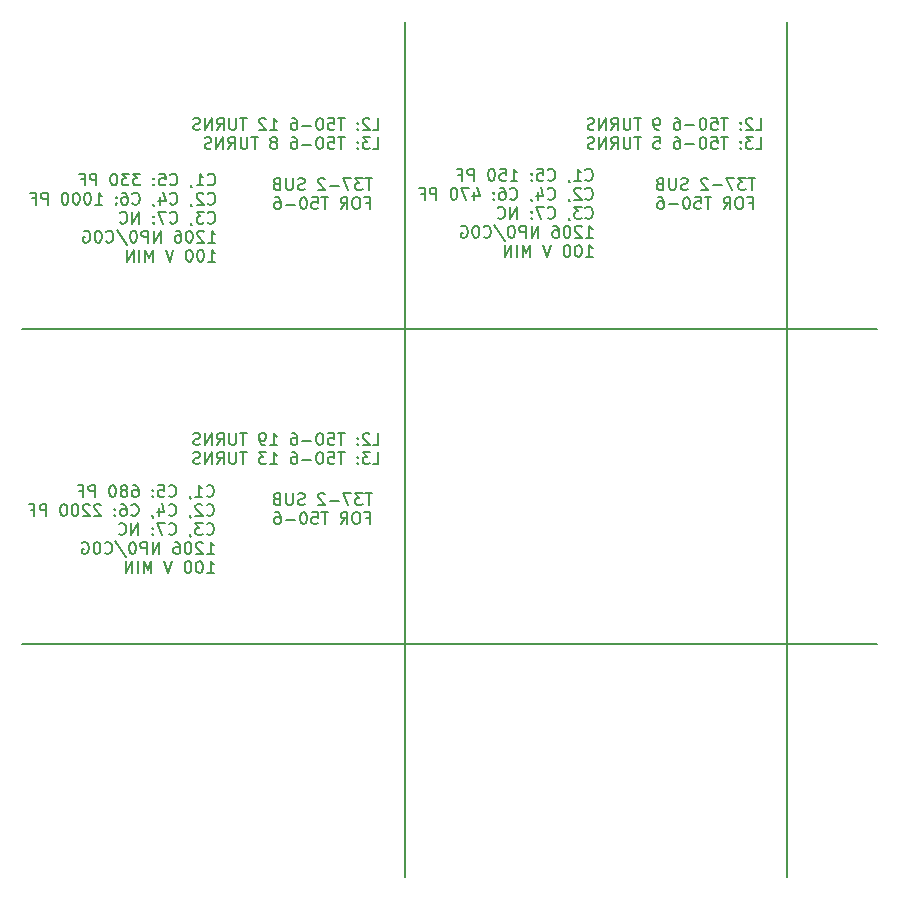
<source format=gbr>
%TF.GenerationSoftware,KiCad,Pcbnew,(6.0.11)*%
%TF.CreationDate,2023-08-20T15:06:36-05:00*%
%TF.ProjectId,SerialResonantFilter,53657269-616c-4526-9573-6f6e616e7446,rev?*%
%TF.SameCoordinates,Original*%
%TF.FileFunction,Legend,Bot*%
%TF.FilePolarity,Positive*%
%FSLAX46Y46*%
G04 Gerber Fmt 4.6, Leading zero omitted, Abs format (unit mm)*
G04 Created by KiCad (PCBNEW (6.0.11)) date 2023-08-20 15:06:36*
%MOMM*%
%LPD*%
G01*
G04 APERTURE LIST*
%ADD10C,0.150000*%
G04 APERTURE END LIST*
D10*
X115570000Y-66040000D02*
X187960000Y-66040000D01*
X180340000Y-40005000D02*
X180340000Y-112395000D01*
X147955000Y-40005000D02*
X147955000Y-112395000D01*
X115570000Y-92710000D02*
X187960000Y-92710000D01*
X177615285Y-53234217D02*
X177043857Y-53234217D01*
X177329571Y-54234217D02*
X177329571Y-53234217D01*
X176805761Y-53234217D02*
X176186714Y-53234217D01*
X176520047Y-53615170D01*
X176377190Y-53615170D01*
X176281952Y-53662789D01*
X176234333Y-53710408D01*
X176186714Y-53805646D01*
X176186714Y-54043741D01*
X176234333Y-54138979D01*
X176281952Y-54186598D01*
X176377190Y-54234217D01*
X176662904Y-54234217D01*
X176758142Y-54186598D01*
X176805761Y-54138979D01*
X175853380Y-53234217D02*
X175186714Y-53234217D01*
X175615285Y-54234217D01*
X174805761Y-53853265D02*
X174043857Y-53853265D01*
X173615285Y-53329456D02*
X173567666Y-53281837D01*
X173472428Y-53234217D01*
X173234333Y-53234217D01*
X173139095Y-53281837D01*
X173091476Y-53329456D01*
X173043857Y-53424694D01*
X173043857Y-53519932D01*
X173091476Y-53662789D01*
X173662904Y-54234217D01*
X173043857Y-54234217D01*
X171901000Y-54186598D02*
X171758142Y-54234217D01*
X171520047Y-54234217D01*
X171424809Y-54186598D01*
X171377190Y-54138979D01*
X171329571Y-54043741D01*
X171329571Y-53948503D01*
X171377190Y-53853265D01*
X171424809Y-53805646D01*
X171520047Y-53758027D01*
X171710523Y-53710408D01*
X171805761Y-53662789D01*
X171853380Y-53615170D01*
X171901000Y-53519932D01*
X171901000Y-53424694D01*
X171853380Y-53329456D01*
X171805761Y-53281837D01*
X171710523Y-53234217D01*
X171472428Y-53234217D01*
X171329571Y-53281837D01*
X170901000Y-53234217D02*
X170901000Y-54043741D01*
X170853380Y-54138979D01*
X170805761Y-54186598D01*
X170710523Y-54234217D01*
X170520047Y-54234217D01*
X170424809Y-54186598D01*
X170377190Y-54138979D01*
X170329571Y-54043741D01*
X170329571Y-53234217D01*
X169520047Y-53710408D02*
X169377190Y-53758027D01*
X169329571Y-53805646D01*
X169281952Y-53900884D01*
X169281952Y-54043741D01*
X169329571Y-54138979D01*
X169377190Y-54186598D01*
X169472428Y-54234217D01*
X169853380Y-54234217D01*
X169853380Y-53234217D01*
X169520047Y-53234217D01*
X169424809Y-53281837D01*
X169377190Y-53329456D01*
X169329571Y-53424694D01*
X169329571Y-53519932D01*
X169377190Y-53615170D01*
X169424809Y-53662789D01*
X169520047Y-53710408D01*
X169853380Y-53710408D01*
X177091476Y-55320408D02*
X177424809Y-55320408D01*
X177424809Y-55844217D02*
X177424809Y-54844217D01*
X176948619Y-54844217D01*
X176377190Y-54844217D02*
X176186714Y-54844217D01*
X176091476Y-54891837D01*
X175996238Y-54987075D01*
X175948619Y-55177551D01*
X175948619Y-55510884D01*
X175996238Y-55701360D01*
X176091476Y-55796598D01*
X176186714Y-55844217D01*
X176377190Y-55844217D01*
X176472428Y-55796598D01*
X176567666Y-55701360D01*
X176615285Y-55510884D01*
X176615285Y-55177551D01*
X176567666Y-54987075D01*
X176472428Y-54891837D01*
X176377190Y-54844217D01*
X174948619Y-55844217D02*
X175281952Y-55368027D01*
X175520047Y-55844217D02*
X175520047Y-54844217D01*
X175139095Y-54844217D01*
X175043857Y-54891837D01*
X174996238Y-54939456D01*
X174948619Y-55034694D01*
X174948619Y-55177551D01*
X174996238Y-55272789D01*
X175043857Y-55320408D01*
X175139095Y-55368027D01*
X175520047Y-55368027D01*
X173901000Y-54844217D02*
X173329571Y-54844217D01*
X173615285Y-55844217D02*
X173615285Y-54844217D01*
X172520047Y-54844217D02*
X172996238Y-54844217D01*
X173043857Y-55320408D01*
X172996238Y-55272789D01*
X172901000Y-55225170D01*
X172662904Y-55225170D01*
X172567666Y-55272789D01*
X172520047Y-55320408D01*
X172472428Y-55415646D01*
X172472428Y-55653741D01*
X172520047Y-55748979D01*
X172567666Y-55796598D01*
X172662904Y-55844217D01*
X172901000Y-55844217D01*
X172996238Y-55796598D01*
X173043857Y-55748979D01*
X171853380Y-54844217D02*
X171758142Y-54844217D01*
X171662904Y-54891837D01*
X171615285Y-54939456D01*
X171567666Y-55034694D01*
X171520047Y-55225170D01*
X171520047Y-55463265D01*
X171567666Y-55653741D01*
X171615285Y-55748979D01*
X171662904Y-55796598D01*
X171758142Y-55844217D01*
X171853380Y-55844217D01*
X171948619Y-55796598D01*
X171996238Y-55748979D01*
X172043857Y-55653741D01*
X172091476Y-55463265D01*
X172091476Y-55225170D01*
X172043857Y-55034694D01*
X171996238Y-54939456D01*
X171948619Y-54891837D01*
X171853380Y-54844217D01*
X171091476Y-55463265D02*
X170329571Y-55463265D01*
X169424809Y-54844217D02*
X169615285Y-54844217D01*
X169710523Y-54891837D01*
X169758142Y-54939456D01*
X169853380Y-55082313D01*
X169901000Y-55272789D01*
X169901000Y-55653741D01*
X169853380Y-55748979D01*
X169805761Y-55796598D01*
X169710523Y-55844217D01*
X169520047Y-55844217D01*
X169424809Y-55796598D01*
X169377190Y-55748979D01*
X169329571Y-55653741D01*
X169329571Y-55415646D01*
X169377190Y-55320408D01*
X169424809Y-55272789D01*
X169520047Y-55225170D01*
X169710523Y-55225170D01*
X169805761Y-55272789D01*
X169853380Y-55320408D01*
X169901000Y-55415646D01*
X163253176Y-53372742D02*
X163300795Y-53420361D01*
X163443652Y-53467980D01*
X163538890Y-53467980D01*
X163681747Y-53420361D01*
X163776985Y-53325123D01*
X163824604Y-53229885D01*
X163872223Y-53039409D01*
X163872223Y-52896552D01*
X163824604Y-52706076D01*
X163776985Y-52610838D01*
X163681747Y-52515600D01*
X163538890Y-52467980D01*
X163443652Y-52467980D01*
X163300795Y-52515600D01*
X163253176Y-52563219D01*
X162300795Y-53467980D02*
X162872223Y-53467980D01*
X162586509Y-53467980D02*
X162586509Y-52467980D01*
X162681747Y-52610838D01*
X162776985Y-52706076D01*
X162872223Y-52753695D01*
X161824604Y-53420361D02*
X161824604Y-53467980D01*
X161872223Y-53563219D01*
X161919842Y-53610838D01*
X160062700Y-53372742D02*
X160110319Y-53420361D01*
X160253176Y-53467980D01*
X160348414Y-53467980D01*
X160491271Y-53420361D01*
X160586509Y-53325123D01*
X160634128Y-53229885D01*
X160681747Y-53039409D01*
X160681747Y-52896552D01*
X160634128Y-52706076D01*
X160586509Y-52610838D01*
X160491271Y-52515600D01*
X160348414Y-52467980D01*
X160253176Y-52467980D01*
X160110319Y-52515600D01*
X160062700Y-52563219D01*
X159157938Y-52467980D02*
X159634128Y-52467980D01*
X159681747Y-52944171D01*
X159634128Y-52896552D01*
X159538890Y-52848933D01*
X159300795Y-52848933D01*
X159205557Y-52896552D01*
X159157938Y-52944171D01*
X159110319Y-53039409D01*
X159110319Y-53277504D01*
X159157938Y-53372742D01*
X159205557Y-53420361D01*
X159300795Y-53467980D01*
X159538890Y-53467980D01*
X159634128Y-53420361D01*
X159681747Y-53372742D01*
X158681747Y-53372742D02*
X158634128Y-53420361D01*
X158681747Y-53467980D01*
X158729366Y-53420361D01*
X158681747Y-53372742D01*
X158681747Y-53467980D01*
X158681747Y-52848933D02*
X158634128Y-52896552D01*
X158681747Y-52944171D01*
X158729366Y-52896552D01*
X158681747Y-52848933D01*
X158681747Y-52944171D01*
X156919842Y-53467980D02*
X157491271Y-53467980D01*
X157205557Y-53467980D02*
X157205557Y-52467980D01*
X157300795Y-52610838D01*
X157396033Y-52706076D01*
X157491271Y-52753695D01*
X156015080Y-52467980D02*
X156491271Y-52467980D01*
X156538890Y-52944171D01*
X156491271Y-52896552D01*
X156396033Y-52848933D01*
X156157938Y-52848933D01*
X156062700Y-52896552D01*
X156015080Y-52944171D01*
X155967461Y-53039409D01*
X155967461Y-53277504D01*
X156015080Y-53372742D01*
X156062700Y-53420361D01*
X156157938Y-53467980D01*
X156396033Y-53467980D01*
X156491271Y-53420361D01*
X156538890Y-53372742D01*
X155348414Y-52467980D02*
X155253176Y-52467980D01*
X155157938Y-52515600D01*
X155110319Y-52563219D01*
X155062700Y-52658457D01*
X155015080Y-52848933D01*
X155015080Y-53087028D01*
X155062700Y-53277504D01*
X155110319Y-53372742D01*
X155157938Y-53420361D01*
X155253176Y-53467980D01*
X155348414Y-53467980D01*
X155443652Y-53420361D01*
X155491271Y-53372742D01*
X155538890Y-53277504D01*
X155586509Y-53087028D01*
X155586509Y-52848933D01*
X155538890Y-52658457D01*
X155491271Y-52563219D01*
X155443652Y-52515600D01*
X155348414Y-52467980D01*
X153824604Y-53467980D02*
X153824604Y-52467980D01*
X153443652Y-52467980D01*
X153348414Y-52515600D01*
X153300795Y-52563219D01*
X153253176Y-52658457D01*
X153253176Y-52801314D01*
X153300795Y-52896552D01*
X153348414Y-52944171D01*
X153443652Y-52991790D01*
X153824604Y-52991790D01*
X152491271Y-52944171D02*
X152824604Y-52944171D01*
X152824604Y-53467980D02*
X152824604Y-52467980D01*
X152348414Y-52467980D01*
X163253176Y-54982742D02*
X163300795Y-55030361D01*
X163443652Y-55077980D01*
X163538890Y-55077980D01*
X163681747Y-55030361D01*
X163776985Y-54935123D01*
X163824604Y-54839885D01*
X163872223Y-54649409D01*
X163872223Y-54506552D01*
X163824604Y-54316076D01*
X163776985Y-54220838D01*
X163681747Y-54125600D01*
X163538890Y-54077980D01*
X163443652Y-54077980D01*
X163300795Y-54125600D01*
X163253176Y-54173219D01*
X162872223Y-54173219D02*
X162824604Y-54125600D01*
X162729366Y-54077980D01*
X162491271Y-54077980D01*
X162396033Y-54125600D01*
X162348414Y-54173219D01*
X162300795Y-54268457D01*
X162300795Y-54363695D01*
X162348414Y-54506552D01*
X162919842Y-55077980D01*
X162300795Y-55077980D01*
X161824604Y-55030361D02*
X161824604Y-55077980D01*
X161872223Y-55173219D01*
X161919842Y-55220838D01*
X160062700Y-54982742D02*
X160110319Y-55030361D01*
X160253176Y-55077980D01*
X160348414Y-55077980D01*
X160491271Y-55030361D01*
X160586509Y-54935123D01*
X160634128Y-54839885D01*
X160681747Y-54649409D01*
X160681747Y-54506552D01*
X160634128Y-54316076D01*
X160586509Y-54220838D01*
X160491271Y-54125600D01*
X160348414Y-54077980D01*
X160253176Y-54077980D01*
X160110319Y-54125600D01*
X160062700Y-54173219D01*
X159205557Y-54411314D02*
X159205557Y-55077980D01*
X159443652Y-54030361D02*
X159681747Y-54744647D01*
X159062700Y-54744647D01*
X158634128Y-55030361D02*
X158634128Y-55077980D01*
X158681747Y-55173219D01*
X158729366Y-55220838D01*
X156872223Y-54982742D02*
X156919842Y-55030361D01*
X157062700Y-55077980D01*
X157157938Y-55077980D01*
X157300795Y-55030361D01*
X157396033Y-54935123D01*
X157443652Y-54839885D01*
X157491271Y-54649409D01*
X157491271Y-54506552D01*
X157443652Y-54316076D01*
X157396033Y-54220838D01*
X157300795Y-54125600D01*
X157157938Y-54077980D01*
X157062700Y-54077980D01*
X156919842Y-54125600D01*
X156872223Y-54173219D01*
X156015080Y-54077980D02*
X156205557Y-54077980D01*
X156300795Y-54125600D01*
X156348414Y-54173219D01*
X156443652Y-54316076D01*
X156491271Y-54506552D01*
X156491271Y-54887504D01*
X156443652Y-54982742D01*
X156396033Y-55030361D01*
X156300795Y-55077980D01*
X156110319Y-55077980D01*
X156015080Y-55030361D01*
X155967461Y-54982742D01*
X155919842Y-54887504D01*
X155919842Y-54649409D01*
X155967461Y-54554171D01*
X156015080Y-54506552D01*
X156110319Y-54458933D01*
X156300795Y-54458933D01*
X156396033Y-54506552D01*
X156443652Y-54554171D01*
X156491271Y-54649409D01*
X155491271Y-54982742D02*
X155443652Y-55030361D01*
X155491271Y-55077980D01*
X155538890Y-55030361D01*
X155491271Y-54982742D01*
X155491271Y-55077980D01*
X155491271Y-54458933D02*
X155443652Y-54506552D01*
X155491271Y-54554171D01*
X155538890Y-54506552D01*
X155491271Y-54458933D01*
X155491271Y-54554171D01*
X153824604Y-54411314D02*
X153824604Y-55077980D01*
X154062700Y-54030361D02*
X154300795Y-54744647D01*
X153681747Y-54744647D01*
X153396033Y-54077980D02*
X152729366Y-54077980D01*
X153157938Y-55077980D01*
X152157938Y-54077980D02*
X152062700Y-54077980D01*
X151967461Y-54125600D01*
X151919842Y-54173219D01*
X151872223Y-54268457D01*
X151824604Y-54458933D01*
X151824604Y-54697028D01*
X151872223Y-54887504D01*
X151919842Y-54982742D01*
X151967461Y-55030361D01*
X152062700Y-55077980D01*
X152157938Y-55077980D01*
X152253176Y-55030361D01*
X152300795Y-54982742D01*
X152348414Y-54887504D01*
X152396033Y-54697028D01*
X152396033Y-54458933D01*
X152348414Y-54268457D01*
X152300795Y-54173219D01*
X152253176Y-54125600D01*
X152157938Y-54077980D01*
X150634128Y-55077980D02*
X150634128Y-54077980D01*
X150253176Y-54077980D01*
X150157938Y-54125600D01*
X150110319Y-54173219D01*
X150062700Y-54268457D01*
X150062700Y-54411314D01*
X150110319Y-54506552D01*
X150157938Y-54554171D01*
X150253176Y-54601790D01*
X150634128Y-54601790D01*
X149300795Y-54554171D02*
X149634128Y-54554171D01*
X149634128Y-55077980D02*
X149634128Y-54077980D01*
X149157938Y-54077980D01*
X163253176Y-56592742D02*
X163300795Y-56640361D01*
X163443652Y-56687980D01*
X163538890Y-56687980D01*
X163681747Y-56640361D01*
X163776985Y-56545123D01*
X163824604Y-56449885D01*
X163872223Y-56259409D01*
X163872223Y-56116552D01*
X163824604Y-55926076D01*
X163776985Y-55830838D01*
X163681747Y-55735600D01*
X163538890Y-55687980D01*
X163443652Y-55687980D01*
X163300795Y-55735600D01*
X163253176Y-55783219D01*
X162919842Y-55687980D02*
X162300795Y-55687980D01*
X162634128Y-56068933D01*
X162491271Y-56068933D01*
X162396033Y-56116552D01*
X162348414Y-56164171D01*
X162300795Y-56259409D01*
X162300795Y-56497504D01*
X162348414Y-56592742D01*
X162396033Y-56640361D01*
X162491271Y-56687980D01*
X162776985Y-56687980D01*
X162872223Y-56640361D01*
X162919842Y-56592742D01*
X161824604Y-56640361D02*
X161824604Y-56687980D01*
X161872223Y-56783219D01*
X161919842Y-56830838D01*
X160062700Y-56592742D02*
X160110319Y-56640361D01*
X160253176Y-56687980D01*
X160348414Y-56687980D01*
X160491271Y-56640361D01*
X160586509Y-56545123D01*
X160634128Y-56449885D01*
X160681747Y-56259409D01*
X160681747Y-56116552D01*
X160634128Y-55926076D01*
X160586509Y-55830838D01*
X160491271Y-55735600D01*
X160348414Y-55687980D01*
X160253176Y-55687980D01*
X160110319Y-55735600D01*
X160062700Y-55783219D01*
X159729366Y-55687980D02*
X159062700Y-55687980D01*
X159491271Y-56687980D01*
X158681747Y-56592742D02*
X158634128Y-56640361D01*
X158681747Y-56687980D01*
X158729366Y-56640361D01*
X158681747Y-56592742D01*
X158681747Y-56687980D01*
X158681747Y-56068933D02*
X158634128Y-56116552D01*
X158681747Y-56164171D01*
X158729366Y-56116552D01*
X158681747Y-56068933D01*
X158681747Y-56164171D01*
X157443652Y-56687980D02*
X157443652Y-55687980D01*
X156872223Y-56687980D01*
X156872223Y-55687980D01*
X155824604Y-56592742D02*
X155872223Y-56640361D01*
X156015080Y-56687980D01*
X156110319Y-56687980D01*
X156253176Y-56640361D01*
X156348414Y-56545123D01*
X156396033Y-56449885D01*
X156443652Y-56259409D01*
X156443652Y-56116552D01*
X156396033Y-55926076D01*
X156348414Y-55830838D01*
X156253176Y-55735600D01*
X156110319Y-55687980D01*
X156015080Y-55687980D01*
X155872223Y-55735600D01*
X155824604Y-55783219D01*
X163300795Y-58297980D02*
X163872223Y-58297980D01*
X163586509Y-58297980D02*
X163586509Y-57297980D01*
X163681747Y-57440838D01*
X163776985Y-57536076D01*
X163872223Y-57583695D01*
X162919842Y-57393219D02*
X162872223Y-57345600D01*
X162776985Y-57297980D01*
X162538890Y-57297980D01*
X162443652Y-57345600D01*
X162396033Y-57393219D01*
X162348414Y-57488457D01*
X162348414Y-57583695D01*
X162396033Y-57726552D01*
X162967461Y-58297980D01*
X162348414Y-58297980D01*
X161729366Y-57297980D02*
X161634128Y-57297980D01*
X161538890Y-57345600D01*
X161491271Y-57393219D01*
X161443652Y-57488457D01*
X161396033Y-57678933D01*
X161396033Y-57917028D01*
X161443652Y-58107504D01*
X161491271Y-58202742D01*
X161538890Y-58250361D01*
X161634128Y-58297980D01*
X161729366Y-58297980D01*
X161824604Y-58250361D01*
X161872223Y-58202742D01*
X161919842Y-58107504D01*
X161967461Y-57917028D01*
X161967461Y-57678933D01*
X161919842Y-57488457D01*
X161872223Y-57393219D01*
X161824604Y-57345600D01*
X161729366Y-57297980D01*
X160538890Y-57297980D02*
X160729366Y-57297980D01*
X160824604Y-57345600D01*
X160872223Y-57393219D01*
X160967461Y-57536076D01*
X161015080Y-57726552D01*
X161015080Y-58107504D01*
X160967461Y-58202742D01*
X160919842Y-58250361D01*
X160824604Y-58297980D01*
X160634128Y-58297980D01*
X160538890Y-58250361D01*
X160491271Y-58202742D01*
X160443652Y-58107504D01*
X160443652Y-57869409D01*
X160491271Y-57774171D01*
X160538890Y-57726552D01*
X160634128Y-57678933D01*
X160824604Y-57678933D01*
X160919842Y-57726552D01*
X160967461Y-57774171D01*
X161015080Y-57869409D01*
X159253176Y-58297980D02*
X159253176Y-57297980D01*
X158681747Y-58297980D01*
X158681747Y-57297980D01*
X158205557Y-58297980D02*
X158205557Y-57297980D01*
X157824604Y-57297980D01*
X157729366Y-57345600D01*
X157681747Y-57393219D01*
X157634128Y-57488457D01*
X157634128Y-57631314D01*
X157681747Y-57726552D01*
X157729366Y-57774171D01*
X157824604Y-57821790D01*
X158205557Y-57821790D01*
X157015080Y-57297980D02*
X156919842Y-57297980D01*
X156824604Y-57345600D01*
X156776985Y-57393219D01*
X156729366Y-57488457D01*
X156681747Y-57678933D01*
X156681747Y-57917028D01*
X156729366Y-58107504D01*
X156776985Y-58202742D01*
X156824604Y-58250361D01*
X156919842Y-58297980D01*
X157015080Y-58297980D01*
X157110319Y-58250361D01*
X157157938Y-58202742D01*
X157205557Y-58107504D01*
X157253176Y-57917028D01*
X157253176Y-57678933D01*
X157205557Y-57488457D01*
X157157938Y-57393219D01*
X157110319Y-57345600D01*
X157015080Y-57297980D01*
X155538890Y-57250361D02*
X156396033Y-58536076D01*
X154634128Y-58202742D02*
X154681747Y-58250361D01*
X154824604Y-58297980D01*
X154919842Y-58297980D01*
X155062700Y-58250361D01*
X155157938Y-58155123D01*
X155205557Y-58059885D01*
X155253176Y-57869409D01*
X155253176Y-57726552D01*
X155205557Y-57536076D01*
X155157938Y-57440838D01*
X155062700Y-57345600D01*
X154919842Y-57297980D01*
X154824604Y-57297980D01*
X154681747Y-57345600D01*
X154634128Y-57393219D01*
X154015080Y-57297980D02*
X153919842Y-57297980D01*
X153824604Y-57345600D01*
X153776985Y-57393219D01*
X153729366Y-57488457D01*
X153681747Y-57678933D01*
X153681747Y-57917028D01*
X153729366Y-58107504D01*
X153776985Y-58202742D01*
X153824604Y-58250361D01*
X153919842Y-58297980D01*
X154015080Y-58297980D01*
X154110319Y-58250361D01*
X154157938Y-58202742D01*
X154205557Y-58107504D01*
X154253176Y-57917028D01*
X154253176Y-57678933D01*
X154205557Y-57488457D01*
X154157938Y-57393219D01*
X154110319Y-57345600D01*
X154015080Y-57297980D01*
X152729366Y-57345600D02*
X152824604Y-57297980D01*
X152967461Y-57297980D01*
X153110319Y-57345600D01*
X153205557Y-57440838D01*
X153253176Y-57536076D01*
X153300795Y-57726552D01*
X153300795Y-57869409D01*
X153253176Y-58059885D01*
X153205557Y-58155123D01*
X153110319Y-58250361D01*
X152967461Y-58297980D01*
X152872223Y-58297980D01*
X152729366Y-58250361D01*
X152681747Y-58202742D01*
X152681747Y-57869409D01*
X152872223Y-57869409D01*
X163300795Y-59907980D02*
X163872223Y-59907980D01*
X163586509Y-59907980D02*
X163586509Y-58907980D01*
X163681747Y-59050838D01*
X163776985Y-59146076D01*
X163872223Y-59193695D01*
X162681747Y-58907980D02*
X162586509Y-58907980D01*
X162491271Y-58955600D01*
X162443652Y-59003219D01*
X162396033Y-59098457D01*
X162348414Y-59288933D01*
X162348414Y-59527028D01*
X162396033Y-59717504D01*
X162443652Y-59812742D01*
X162491271Y-59860361D01*
X162586509Y-59907980D01*
X162681747Y-59907980D01*
X162776985Y-59860361D01*
X162824604Y-59812742D01*
X162872223Y-59717504D01*
X162919842Y-59527028D01*
X162919842Y-59288933D01*
X162872223Y-59098457D01*
X162824604Y-59003219D01*
X162776985Y-58955600D01*
X162681747Y-58907980D01*
X161729366Y-58907980D02*
X161634128Y-58907980D01*
X161538890Y-58955600D01*
X161491271Y-59003219D01*
X161443652Y-59098457D01*
X161396033Y-59288933D01*
X161396033Y-59527028D01*
X161443652Y-59717504D01*
X161491271Y-59812742D01*
X161538890Y-59860361D01*
X161634128Y-59907980D01*
X161729366Y-59907980D01*
X161824604Y-59860361D01*
X161872223Y-59812742D01*
X161919842Y-59717504D01*
X161967461Y-59527028D01*
X161967461Y-59288933D01*
X161919842Y-59098457D01*
X161872223Y-59003219D01*
X161824604Y-58955600D01*
X161729366Y-58907980D01*
X160348414Y-58907980D02*
X160015080Y-59907980D01*
X159681747Y-58907980D01*
X158586509Y-59907980D02*
X158586509Y-58907980D01*
X158253176Y-59622266D01*
X157919842Y-58907980D01*
X157919842Y-59907980D01*
X157443652Y-59907980D02*
X157443652Y-58907980D01*
X156967461Y-59907980D02*
X156967461Y-58907980D01*
X156396033Y-59907980D01*
X156396033Y-58907980D01*
X131172976Y-80137142D02*
X131220595Y-80184761D01*
X131363452Y-80232380D01*
X131458690Y-80232380D01*
X131601547Y-80184761D01*
X131696785Y-80089523D01*
X131744404Y-79994285D01*
X131792023Y-79803809D01*
X131792023Y-79660952D01*
X131744404Y-79470476D01*
X131696785Y-79375238D01*
X131601547Y-79280000D01*
X131458690Y-79232380D01*
X131363452Y-79232380D01*
X131220595Y-79280000D01*
X131172976Y-79327619D01*
X130220595Y-80232380D02*
X130792023Y-80232380D01*
X130506309Y-80232380D02*
X130506309Y-79232380D01*
X130601547Y-79375238D01*
X130696785Y-79470476D01*
X130792023Y-79518095D01*
X129744404Y-80184761D02*
X129744404Y-80232380D01*
X129792023Y-80327619D01*
X129839642Y-80375238D01*
X127982500Y-80137142D02*
X128030119Y-80184761D01*
X128172976Y-80232380D01*
X128268214Y-80232380D01*
X128411071Y-80184761D01*
X128506309Y-80089523D01*
X128553928Y-79994285D01*
X128601547Y-79803809D01*
X128601547Y-79660952D01*
X128553928Y-79470476D01*
X128506309Y-79375238D01*
X128411071Y-79280000D01*
X128268214Y-79232380D01*
X128172976Y-79232380D01*
X128030119Y-79280000D01*
X127982500Y-79327619D01*
X127077738Y-79232380D02*
X127553928Y-79232380D01*
X127601547Y-79708571D01*
X127553928Y-79660952D01*
X127458690Y-79613333D01*
X127220595Y-79613333D01*
X127125357Y-79660952D01*
X127077738Y-79708571D01*
X127030119Y-79803809D01*
X127030119Y-80041904D01*
X127077738Y-80137142D01*
X127125357Y-80184761D01*
X127220595Y-80232380D01*
X127458690Y-80232380D01*
X127553928Y-80184761D01*
X127601547Y-80137142D01*
X126601547Y-80137142D02*
X126553928Y-80184761D01*
X126601547Y-80232380D01*
X126649166Y-80184761D01*
X126601547Y-80137142D01*
X126601547Y-80232380D01*
X126601547Y-79613333D02*
X126553928Y-79660952D01*
X126601547Y-79708571D01*
X126649166Y-79660952D01*
X126601547Y-79613333D01*
X126601547Y-79708571D01*
X124934880Y-79232380D02*
X125125357Y-79232380D01*
X125220595Y-79280000D01*
X125268214Y-79327619D01*
X125363452Y-79470476D01*
X125411071Y-79660952D01*
X125411071Y-80041904D01*
X125363452Y-80137142D01*
X125315833Y-80184761D01*
X125220595Y-80232380D01*
X125030119Y-80232380D01*
X124934880Y-80184761D01*
X124887261Y-80137142D01*
X124839642Y-80041904D01*
X124839642Y-79803809D01*
X124887261Y-79708571D01*
X124934880Y-79660952D01*
X125030119Y-79613333D01*
X125220595Y-79613333D01*
X125315833Y-79660952D01*
X125363452Y-79708571D01*
X125411071Y-79803809D01*
X124268214Y-79660952D02*
X124363452Y-79613333D01*
X124411071Y-79565714D01*
X124458690Y-79470476D01*
X124458690Y-79422857D01*
X124411071Y-79327619D01*
X124363452Y-79280000D01*
X124268214Y-79232380D01*
X124077738Y-79232380D01*
X123982500Y-79280000D01*
X123934880Y-79327619D01*
X123887261Y-79422857D01*
X123887261Y-79470476D01*
X123934880Y-79565714D01*
X123982500Y-79613333D01*
X124077738Y-79660952D01*
X124268214Y-79660952D01*
X124363452Y-79708571D01*
X124411071Y-79756190D01*
X124458690Y-79851428D01*
X124458690Y-80041904D01*
X124411071Y-80137142D01*
X124363452Y-80184761D01*
X124268214Y-80232380D01*
X124077738Y-80232380D01*
X123982500Y-80184761D01*
X123934880Y-80137142D01*
X123887261Y-80041904D01*
X123887261Y-79851428D01*
X123934880Y-79756190D01*
X123982500Y-79708571D01*
X124077738Y-79660952D01*
X123268214Y-79232380D02*
X123172976Y-79232380D01*
X123077738Y-79280000D01*
X123030119Y-79327619D01*
X122982500Y-79422857D01*
X122934880Y-79613333D01*
X122934880Y-79851428D01*
X122982500Y-80041904D01*
X123030119Y-80137142D01*
X123077738Y-80184761D01*
X123172976Y-80232380D01*
X123268214Y-80232380D01*
X123363452Y-80184761D01*
X123411071Y-80137142D01*
X123458690Y-80041904D01*
X123506309Y-79851428D01*
X123506309Y-79613333D01*
X123458690Y-79422857D01*
X123411071Y-79327619D01*
X123363452Y-79280000D01*
X123268214Y-79232380D01*
X121744404Y-80232380D02*
X121744404Y-79232380D01*
X121363452Y-79232380D01*
X121268214Y-79280000D01*
X121220595Y-79327619D01*
X121172976Y-79422857D01*
X121172976Y-79565714D01*
X121220595Y-79660952D01*
X121268214Y-79708571D01*
X121363452Y-79756190D01*
X121744404Y-79756190D01*
X120411071Y-79708571D02*
X120744404Y-79708571D01*
X120744404Y-80232380D02*
X120744404Y-79232380D01*
X120268214Y-79232380D01*
X131172976Y-81747142D02*
X131220595Y-81794761D01*
X131363452Y-81842380D01*
X131458690Y-81842380D01*
X131601547Y-81794761D01*
X131696785Y-81699523D01*
X131744404Y-81604285D01*
X131792023Y-81413809D01*
X131792023Y-81270952D01*
X131744404Y-81080476D01*
X131696785Y-80985238D01*
X131601547Y-80890000D01*
X131458690Y-80842380D01*
X131363452Y-80842380D01*
X131220595Y-80890000D01*
X131172976Y-80937619D01*
X130792023Y-80937619D02*
X130744404Y-80890000D01*
X130649166Y-80842380D01*
X130411071Y-80842380D01*
X130315833Y-80890000D01*
X130268214Y-80937619D01*
X130220595Y-81032857D01*
X130220595Y-81128095D01*
X130268214Y-81270952D01*
X130839642Y-81842380D01*
X130220595Y-81842380D01*
X129744404Y-81794761D02*
X129744404Y-81842380D01*
X129792023Y-81937619D01*
X129839642Y-81985238D01*
X127982500Y-81747142D02*
X128030119Y-81794761D01*
X128172976Y-81842380D01*
X128268214Y-81842380D01*
X128411071Y-81794761D01*
X128506309Y-81699523D01*
X128553928Y-81604285D01*
X128601547Y-81413809D01*
X128601547Y-81270952D01*
X128553928Y-81080476D01*
X128506309Y-80985238D01*
X128411071Y-80890000D01*
X128268214Y-80842380D01*
X128172976Y-80842380D01*
X128030119Y-80890000D01*
X127982500Y-80937619D01*
X127125357Y-81175714D02*
X127125357Y-81842380D01*
X127363452Y-80794761D02*
X127601547Y-81509047D01*
X126982500Y-81509047D01*
X126553928Y-81794761D02*
X126553928Y-81842380D01*
X126601547Y-81937619D01*
X126649166Y-81985238D01*
X124792023Y-81747142D02*
X124839642Y-81794761D01*
X124982500Y-81842380D01*
X125077738Y-81842380D01*
X125220595Y-81794761D01*
X125315833Y-81699523D01*
X125363452Y-81604285D01*
X125411071Y-81413809D01*
X125411071Y-81270952D01*
X125363452Y-81080476D01*
X125315833Y-80985238D01*
X125220595Y-80890000D01*
X125077738Y-80842380D01*
X124982500Y-80842380D01*
X124839642Y-80890000D01*
X124792023Y-80937619D01*
X123934880Y-80842380D02*
X124125357Y-80842380D01*
X124220595Y-80890000D01*
X124268214Y-80937619D01*
X124363452Y-81080476D01*
X124411071Y-81270952D01*
X124411071Y-81651904D01*
X124363452Y-81747142D01*
X124315833Y-81794761D01*
X124220595Y-81842380D01*
X124030119Y-81842380D01*
X123934880Y-81794761D01*
X123887261Y-81747142D01*
X123839642Y-81651904D01*
X123839642Y-81413809D01*
X123887261Y-81318571D01*
X123934880Y-81270952D01*
X124030119Y-81223333D01*
X124220595Y-81223333D01*
X124315833Y-81270952D01*
X124363452Y-81318571D01*
X124411071Y-81413809D01*
X123411071Y-81747142D02*
X123363452Y-81794761D01*
X123411071Y-81842380D01*
X123458690Y-81794761D01*
X123411071Y-81747142D01*
X123411071Y-81842380D01*
X123411071Y-81223333D02*
X123363452Y-81270952D01*
X123411071Y-81318571D01*
X123458690Y-81270952D01*
X123411071Y-81223333D01*
X123411071Y-81318571D01*
X122220595Y-80937619D02*
X122172976Y-80890000D01*
X122077738Y-80842380D01*
X121839642Y-80842380D01*
X121744404Y-80890000D01*
X121696785Y-80937619D01*
X121649166Y-81032857D01*
X121649166Y-81128095D01*
X121696785Y-81270952D01*
X122268214Y-81842380D01*
X121649166Y-81842380D01*
X121268214Y-80937619D02*
X121220595Y-80890000D01*
X121125357Y-80842380D01*
X120887261Y-80842380D01*
X120792023Y-80890000D01*
X120744404Y-80937619D01*
X120696785Y-81032857D01*
X120696785Y-81128095D01*
X120744404Y-81270952D01*
X121315833Y-81842380D01*
X120696785Y-81842380D01*
X120077738Y-80842380D02*
X119982500Y-80842380D01*
X119887261Y-80890000D01*
X119839642Y-80937619D01*
X119792023Y-81032857D01*
X119744404Y-81223333D01*
X119744404Y-81461428D01*
X119792023Y-81651904D01*
X119839642Y-81747142D01*
X119887261Y-81794761D01*
X119982500Y-81842380D01*
X120077738Y-81842380D01*
X120172976Y-81794761D01*
X120220595Y-81747142D01*
X120268214Y-81651904D01*
X120315833Y-81461428D01*
X120315833Y-81223333D01*
X120268214Y-81032857D01*
X120220595Y-80937619D01*
X120172976Y-80890000D01*
X120077738Y-80842380D01*
X119125357Y-80842380D02*
X119030119Y-80842380D01*
X118934880Y-80890000D01*
X118887261Y-80937619D01*
X118839642Y-81032857D01*
X118792023Y-81223333D01*
X118792023Y-81461428D01*
X118839642Y-81651904D01*
X118887261Y-81747142D01*
X118934880Y-81794761D01*
X119030119Y-81842380D01*
X119125357Y-81842380D01*
X119220595Y-81794761D01*
X119268214Y-81747142D01*
X119315833Y-81651904D01*
X119363452Y-81461428D01*
X119363452Y-81223333D01*
X119315833Y-81032857D01*
X119268214Y-80937619D01*
X119220595Y-80890000D01*
X119125357Y-80842380D01*
X117601547Y-81842380D02*
X117601547Y-80842380D01*
X117220595Y-80842380D01*
X117125357Y-80890000D01*
X117077738Y-80937619D01*
X117030119Y-81032857D01*
X117030119Y-81175714D01*
X117077738Y-81270952D01*
X117125357Y-81318571D01*
X117220595Y-81366190D01*
X117601547Y-81366190D01*
X116268214Y-81318571D02*
X116601547Y-81318571D01*
X116601547Y-81842380D02*
X116601547Y-80842380D01*
X116125357Y-80842380D01*
X131172976Y-83357142D02*
X131220595Y-83404761D01*
X131363452Y-83452380D01*
X131458690Y-83452380D01*
X131601547Y-83404761D01*
X131696785Y-83309523D01*
X131744404Y-83214285D01*
X131792023Y-83023809D01*
X131792023Y-82880952D01*
X131744404Y-82690476D01*
X131696785Y-82595238D01*
X131601547Y-82500000D01*
X131458690Y-82452380D01*
X131363452Y-82452380D01*
X131220595Y-82500000D01*
X131172976Y-82547619D01*
X130839642Y-82452380D02*
X130220595Y-82452380D01*
X130553928Y-82833333D01*
X130411071Y-82833333D01*
X130315833Y-82880952D01*
X130268214Y-82928571D01*
X130220595Y-83023809D01*
X130220595Y-83261904D01*
X130268214Y-83357142D01*
X130315833Y-83404761D01*
X130411071Y-83452380D01*
X130696785Y-83452380D01*
X130792023Y-83404761D01*
X130839642Y-83357142D01*
X129744404Y-83404761D02*
X129744404Y-83452380D01*
X129792023Y-83547619D01*
X129839642Y-83595238D01*
X127982500Y-83357142D02*
X128030119Y-83404761D01*
X128172976Y-83452380D01*
X128268214Y-83452380D01*
X128411071Y-83404761D01*
X128506309Y-83309523D01*
X128553928Y-83214285D01*
X128601547Y-83023809D01*
X128601547Y-82880952D01*
X128553928Y-82690476D01*
X128506309Y-82595238D01*
X128411071Y-82500000D01*
X128268214Y-82452380D01*
X128172976Y-82452380D01*
X128030119Y-82500000D01*
X127982500Y-82547619D01*
X127649166Y-82452380D02*
X126982500Y-82452380D01*
X127411071Y-83452380D01*
X126601547Y-83357142D02*
X126553928Y-83404761D01*
X126601547Y-83452380D01*
X126649166Y-83404761D01*
X126601547Y-83357142D01*
X126601547Y-83452380D01*
X126601547Y-82833333D02*
X126553928Y-82880952D01*
X126601547Y-82928571D01*
X126649166Y-82880952D01*
X126601547Y-82833333D01*
X126601547Y-82928571D01*
X125363452Y-83452380D02*
X125363452Y-82452380D01*
X124792023Y-83452380D01*
X124792023Y-82452380D01*
X123744404Y-83357142D02*
X123792023Y-83404761D01*
X123934880Y-83452380D01*
X124030119Y-83452380D01*
X124172976Y-83404761D01*
X124268214Y-83309523D01*
X124315833Y-83214285D01*
X124363452Y-83023809D01*
X124363452Y-82880952D01*
X124315833Y-82690476D01*
X124268214Y-82595238D01*
X124172976Y-82500000D01*
X124030119Y-82452380D01*
X123934880Y-82452380D01*
X123792023Y-82500000D01*
X123744404Y-82547619D01*
X131220595Y-85062380D02*
X131792023Y-85062380D01*
X131506309Y-85062380D02*
X131506309Y-84062380D01*
X131601547Y-84205238D01*
X131696785Y-84300476D01*
X131792023Y-84348095D01*
X130839642Y-84157619D02*
X130792023Y-84110000D01*
X130696785Y-84062380D01*
X130458690Y-84062380D01*
X130363452Y-84110000D01*
X130315833Y-84157619D01*
X130268214Y-84252857D01*
X130268214Y-84348095D01*
X130315833Y-84490952D01*
X130887261Y-85062380D01*
X130268214Y-85062380D01*
X129649166Y-84062380D02*
X129553928Y-84062380D01*
X129458690Y-84110000D01*
X129411071Y-84157619D01*
X129363452Y-84252857D01*
X129315833Y-84443333D01*
X129315833Y-84681428D01*
X129363452Y-84871904D01*
X129411071Y-84967142D01*
X129458690Y-85014761D01*
X129553928Y-85062380D01*
X129649166Y-85062380D01*
X129744404Y-85014761D01*
X129792023Y-84967142D01*
X129839642Y-84871904D01*
X129887261Y-84681428D01*
X129887261Y-84443333D01*
X129839642Y-84252857D01*
X129792023Y-84157619D01*
X129744404Y-84110000D01*
X129649166Y-84062380D01*
X128458690Y-84062380D02*
X128649166Y-84062380D01*
X128744404Y-84110000D01*
X128792023Y-84157619D01*
X128887261Y-84300476D01*
X128934880Y-84490952D01*
X128934880Y-84871904D01*
X128887261Y-84967142D01*
X128839642Y-85014761D01*
X128744404Y-85062380D01*
X128553928Y-85062380D01*
X128458690Y-85014761D01*
X128411071Y-84967142D01*
X128363452Y-84871904D01*
X128363452Y-84633809D01*
X128411071Y-84538571D01*
X128458690Y-84490952D01*
X128553928Y-84443333D01*
X128744404Y-84443333D01*
X128839642Y-84490952D01*
X128887261Y-84538571D01*
X128934880Y-84633809D01*
X127172976Y-85062380D02*
X127172976Y-84062380D01*
X126601547Y-85062380D01*
X126601547Y-84062380D01*
X126125357Y-85062380D02*
X126125357Y-84062380D01*
X125744404Y-84062380D01*
X125649166Y-84110000D01*
X125601547Y-84157619D01*
X125553928Y-84252857D01*
X125553928Y-84395714D01*
X125601547Y-84490952D01*
X125649166Y-84538571D01*
X125744404Y-84586190D01*
X126125357Y-84586190D01*
X124934880Y-84062380D02*
X124839642Y-84062380D01*
X124744404Y-84110000D01*
X124696785Y-84157619D01*
X124649166Y-84252857D01*
X124601547Y-84443333D01*
X124601547Y-84681428D01*
X124649166Y-84871904D01*
X124696785Y-84967142D01*
X124744404Y-85014761D01*
X124839642Y-85062380D01*
X124934880Y-85062380D01*
X125030119Y-85014761D01*
X125077738Y-84967142D01*
X125125357Y-84871904D01*
X125172976Y-84681428D01*
X125172976Y-84443333D01*
X125125357Y-84252857D01*
X125077738Y-84157619D01*
X125030119Y-84110000D01*
X124934880Y-84062380D01*
X123458690Y-84014761D02*
X124315833Y-85300476D01*
X122553928Y-84967142D02*
X122601547Y-85014761D01*
X122744404Y-85062380D01*
X122839642Y-85062380D01*
X122982500Y-85014761D01*
X123077738Y-84919523D01*
X123125357Y-84824285D01*
X123172976Y-84633809D01*
X123172976Y-84490952D01*
X123125357Y-84300476D01*
X123077738Y-84205238D01*
X122982500Y-84110000D01*
X122839642Y-84062380D01*
X122744404Y-84062380D01*
X122601547Y-84110000D01*
X122553928Y-84157619D01*
X121934880Y-84062380D02*
X121839642Y-84062380D01*
X121744404Y-84110000D01*
X121696785Y-84157619D01*
X121649166Y-84252857D01*
X121601547Y-84443333D01*
X121601547Y-84681428D01*
X121649166Y-84871904D01*
X121696785Y-84967142D01*
X121744404Y-85014761D01*
X121839642Y-85062380D01*
X121934880Y-85062380D01*
X122030119Y-85014761D01*
X122077738Y-84967142D01*
X122125357Y-84871904D01*
X122172976Y-84681428D01*
X122172976Y-84443333D01*
X122125357Y-84252857D01*
X122077738Y-84157619D01*
X122030119Y-84110000D01*
X121934880Y-84062380D01*
X120649166Y-84110000D02*
X120744404Y-84062380D01*
X120887261Y-84062380D01*
X121030119Y-84110000D01*
X121125357Y-84205238D01*
X121172976Y-84300476D01*
X121220595Y-84490952D01*
X121220595Y-84633809D01*
X121172976Y-84824285D01*
X121125357Y-84919523D01*
X121030119Y-85014761D01*
X120887261Y-85062380D01*
X120792023Y-85062380D01*
X120649166Y-85014761D01*
X120601547Y-84967142D01*
X120601547Y-84633809D01*
X120792023Y-84633809D01*
X131220595Y-86672380D02*
X131792023Y-86672380D01*
X131506309Y-86672380D02*
X131506309Y-85672380D01*
X131601547Y-85815238D01*
X131696785Y-85910476D01*
X131792023Y-85958095D01*
X130601547Y-85672380D02*
X130506309Y-85672380D01*
X130411071Y-85720000D01*
X130363452Y-85767619D01*
X130315833Y-85862857D01*
X130268214Y-86053333D01*
X130268214Y-86291428D01*
X130315833Y-86481904D01*
X130363452Y-86577142D01*
X130411071Y-86624761D01*
X130506309Y-86672380D01*
X130601547Y-86672380D01*
X130696785Y-86624761D01*
X130744404Y-86577142D01*
X130792023Y-86481904D01*
X130839642Y-86291428D01*
X130839642Y-86053333D01*
X130792023Y-85862857D01*
X130744404Y-85767619D01*
X130696785Y-85720000D01*
X130601547Y-85672380D01*
X129649166Y-85672380D02*
X129553928Y-85672380D01*
X129458690Y-85720000D01*
X129411071Y-85767619D01*
X129363452Y-85862857D01*
X129315833Y-86053333D01*
X129315833Y-86291428D01*
X129363452Y-86481904D01*
X129411071Y-86577142D01*
X129458690Y-86624761D01*
X129553928Y-86672380D01*
X129649166Y-86672380D01*
X129744404Y-86624761D01*
X129792023Y-86577142D01*
X129839642Y-86481904D01*
X129887261Y-86291428D01*
X129887261Y-86053333D01*
X129839642Y-85862857D01*
X129792023Y-85767619D01*
X129744404Y-85720000D01*
X129649166Y-85672380D01*
X128268214Y-85672380D02*
X127934880Y-86672380D01*
X127601547Y-85672380D01*
X126506309Y-86672380D02*
X126506309Y-85672380D01*
X126172976Y-86386666D01*
X125839642Y-85672380D01*
X125839642Y-86672380D01*
X125363452Y-86672380D02*
X125363452Y-85672380D01*
X124887261Y-86672380D02*
X124887261Y-85672380D01*
X124315833Y-86672380D01*
X124315833Y-85672380D01*
X177669214Y-49154217D02*
X178145404Y-49154217D01*
X178145404Y-48154217D01*
X177383500Y-48249456D02*
X177335880Y-48201837D01*
X177240642Y-48154217D01*
X177002547Y-48154217D01*
X176907309Y-48201837D01*
X176859690Y-48249456D01*
X176812071Y-48344694D01*
X176812071Y-48439932D01*
X176859690Y-48582789D01*
X177431119Y-49154217D01*
X176812071Y-49154217D01*
X176383500Y-49058979D02*
X176335880Y-49106598D01*
X176383500Y-49154217D01*
X176431119Y-49106598D01*
X176383500Y-49058979D01*
X176383500Y-49154217D01*
X176383500Y-48535170D02*
X176335880Y-48582789D01*
X176383500Y-48630408D01*
X176431119Y-48582789D01*
X176383500Y-48535170D01*
X176383500Y-48630408D01*
X175288261Y-48154217D02*
X174716833Y-48154217D01*
X175002547Y-49154217D02*
X175002547Y-48154217D01*
X173907309Y-48154217D02*
X174383500Y-48154217D01*
X174431119Y-48630408D01*
X174383500Y-48582789D01*
X174288261Y-48535170D01*
X174050166Y-48535170D01*
X173954928Y-48582789D01*
X173907309Y-48630408D01*
X173859690Y-48725646D01*
X173859690Y-48963741D01*
X173907309Y-49058979D01*
X173954928Y-49106598D01*
X174050166Y-49154217D01*
X174288261Y-49154217D01*
X174383500Y-49106598D01*
X174431119Y-49058979D01*
X173240642Y-48154217D02*
X173145404Y-48154217D01*
X173050166Y-48201837D01*
X173002547Y-48249456D01*
X172954928Y-48344694D01*
X172907309Y-48535170D01*
X172907309Y-48773265D01*
X172954928Y-48963741D01*
X173002547Y-49058979D01*
X173050166Y-49106598D01*
X173145404Y-49154217D01*
X173240642Y-49154217D01*
X173335880Y-49106598D01*
X173383500Y-49058979D01*
X173431119Y-48963741D01*
X173478738Y-48773265D01*
X173478738Y-48535170D01*
X173431119Y-48344694D01*
X173383500Y-48249456D01*
X173335880Y-48201837D01*
X173240642Y-48154217D01*
X172478738Y-48773265D02*
X171716833Y-48773265D01*
X170812071Y-48154217D02*
X171002547Y-48154217D01*
X171097785Y-48201837D01*
X171145404Y-48249456D01*
X171240642Y-48392313D01*
X171288261Y-48582789D01*
X171288261Y-48963741D01*
X171240642Y-49058979D01*
X171193023Y-49106598D01*
X171097785Y-49154217D01*
X170907309Y-49154217D01*
X170812071Y-49106598D01*
X170764452Y-49058979D01*
X170716833Y-48963741D01*
X170716833Y-48725646D01*
X170764452Y-48630408D01*
X170812071Y-48582789D01*
X170907309Y-48535170D01*
X171097785Y-48535170D01*
X171193023Y-48582789D01*
X171240642Y-48630408D01*
X171288261Y-48725646D01*
X169478738Y-49154217D02*
X169288261Y-49154217D01*
X169193023Y-49106598D01*
X169145404Y-49058979D01*
X169050166Y-48916122D01*
X169002547Y-48725646D01*
X169002547Y-48344694D01*
X169050166Y-48249456D01*
X169097785Y-48201837D01*
X169193023Y-48154217D01*
X169383500Y-48154217D01*
X169478738Y-48201837D01*
X169526357Y-48249456D01*
X169573976Y-48344694D01*
X169573976Y-48582789D01*
X169526357Y-48678027D01*
X169478738Y-48725646D01*
X169383500Y-48773265D01*
X169193023Y-48773265D01*
X169097785Y-48725646D01*
X169050166Y-48678027D01*
X169002547Y-48582789D01*
X167954928Y-48154217D02*
X167383500Y-48154217D01*
X167669214Y-49154217D02*
X167669214Y-48154217D01*
X167050166Y-48154217D02*
X167050166Y-48963741D01*
X167002547Y-49058979D01*
X166954928Y-49106598D01*
X166859690Y-49154217D01*
X166669214Y-49154217D01*
X166573976Y-49106598D01*
X166526357Y-49058979D01*
X166478738Y-48963741D01*
X166478738Y-48154217D01*
X165431119Y-49154217D02*
X165764452Y-48678027D01*
X166002547Y-49154217D02*
X166002547Y-48154217D01*
X165621595Y-48154217D01*
X165526357Y-48201837D01*
X165478738Y-48249456D01*
X165431119Y-48344694D01*
X165431119Y-48487551D01*
X165478738Y-48582789D01*
X165526357Y-48630408D01*
X165621595Y-48678027D01*
X166002547Y-48678027D01*
X165002547Y-49154217D02*
X165002547Y-48154217D01*
X164431119Y-49154217D01*
X164431119Y-48154217D01*
X164002547Y-49106598D02*
X163859690Y-49154217D01*
X163621595Y-49154217D01*
X163526357Y-49106598D01*
X163478738Y-49058979D01*
X163431119Y-48963741D01*
X163431119Y-48868503D01*
X163478738Y-48773265D01*
X163526357Y-48725646D01*
X163621595Y-48678027D01*
X163812071Y-48630408D01*
X163907309Y-48582789D01*
X163954928Y-48535170D01*
X164002547Y-48439932D01*
X164002547Y-48344694D01*
X163954928Y-48249456D01*
X163907309Y-48201837D01*
X163812071Y-48154217D01*
X163573976Y-48154217D01*
X163431119Y-48201837D01*
X177669214Y-50764217D02*
X178145404Y-50764217D01*
X178145404Y-49764217D01*
X177431119Y-49764217D02*
X176812071Y-49764217D01*
X177145404Y-50145170D01*
X177002547Y-50145170D01*
X176907309Y-50192789D01*
X176859690Y-50240408D01*
X176812071Y-50335646D01*
X176812071Y-50573741D01*
X176859690Y-50668979D01*
X176907309Y-50716598D01*
X177002547Y-50764217D01*
X177288261Y-50764217D01*
X177383500Y-50716598D01*
X177431119Y-50668979D01*
X176383500Y-50668979D02*
X176335880Y-50716598D01*
X176383500Y-50764217D01*
X176431119Y-50716598D01*
X176383500Y-50668979D01*
X176383500Y-50764217D01*
X176383500Y-50145170D02*
X176335880Y-50192789D01*
X176383500Y-50240408D01*
X176431119Y-50192789D01*
X176383500Y-50145170D01*
X176383500Y-50240408D01*
X175288261Y-49764217D02*
X174716833Y-49764217D01*
X175002547Y-50764217D02*
X175002547Y-49764217D01*
X173907309Y-49764217D02*
X174383500Y-49764217D01*
X174431119Y-50240408D01*
X174383500Y-50192789D01*
X174288261Y-50145170D01*
X174050166Y-50145170D01*
X173954928Y-50192789D01*
X173907309Y-50240408D01*
X173859690Y-50335646D01*
X173859690Y-50573741D01*
X173907309Y-50668979D01*
X173954928Y-50716598D01*
X174050166Y-50764217D01*
X174288261Y-50764217D01*
X174383500Y-50716598D01*
X174431119Y-50668979D01*
X173240642Y-49764217D02*
X173145404Y-49764217D01*
X173050166Y-49811837D01*
X173002547Y-49859456D01*
X172954928Y-49954694D01*
X172907309Y-50145170D01*
X172907309Y-50383265D01*
X172954928Y-50573741D01*
X173002547Y-50668979D01*
X173050166Y-50716598D01*
X173145404Y-50764217D01*
X173240642Y-50764217D01*
X173335880Y-50716598D01*
X173383500Y-50668979D01*
X173431119Y-50573741D01*
X173478738Y-50383265D01*
X173478738Y-50145170D01*
X173431119Y-49954694D01*
X173383500Y-49859456D01*
X173335880Y-49811837D01*
X173240642Y-49764217D01*
X172478738Y-50383265D02*
X171716833Y-50383265D01*
X170812071Y-49764217D02*
X171002547Y-49764217D01*
X171097785Y-49811837D01*
X171145404Y-49859456D01*
X171240642Y-50002313D01*
X171288261Y-50192789D01*
X171288261Y-50573741D01*
X171240642Y-50668979D01*
X171193023Y-50716598D01*
X171097785Y-50764217D01*
X170907309Y-50764217D01*
X170812071Y-50716598D01*
X170764452Y-50668979D01*
X170716833Y-50573741D01*
X170716833Y-50335646D01*
X170764452Y-50240408D01*
X170812071Y-50192789D01*
X170907309Y-50145170D01*
X171097785Y-50145170D01*
X171193023Y-50192789D01*
X171240642Y-50240408D01*
X171288261Y-50335646D01*
X169050166Y-49764217D02*
X169526357Y-49764217D01*
X169573976Y-50240408D01*
X169526357Y-50192789D01*
X169431119Y-50145170D01*
X169193023Y-50145170D01*
X169097785Y-50192789D01*
X169050166Y-50240408D01*
X169002547Y-50335646D01*
X169002547Y-50573741D01*
X169050166Y-50668979D01*
X169097785Y-50716598D01*
X169193023Y-50764217D01*
X169431119Y-50764217D01*
X169526357Y-50716598D01*
X169573976Y-50668979D01*
X167954928Y-49764217D02*
X167383500Y-49764217D01*
X167669214Y-50764217D02*
X167669214Y-49764217D01*
X167050166Y-49764217D02*
X167050166Y-50573741D01*
X167002547Y-50668979D01*
X166954928Y-50716598D01*
X166859690Y-50764217D01*
X166669214Y-50764217D01*
X166573976Y-50716598D01*
X166526357Y-50668979D01*
X166478738Y-50573741D01*
X166478738Y-49764217D01*
X165431119Y-50764217D02*
X165764452Y-50288027D01*
X166002547Y-50764217D02*
X166002547Y-49764217D01*
X165621595Y-49764217D01*
X165526357Y-49811837D01*
X165478738Y-49859456D01*
X165431119Y-49954694D01*
X165431119Y-50097551D01*
X165478738Y-50192789D01*
X165526357Y-50240408D01*
X165621595Y-50288027D01*
X166002547Y-50288027D01*
X165002547Y-50764217D02*
X165002547Y-49764217D01*
X164431119Y-50764217D01*
X164431119Y-49764217D01*
X164002547Y-50716598D02*
X163859690Y-50764217D01*
X163621595Y-50764217D01*
X163526357Y-50716598D01*
X163478738Y-50668979D01*
X163431119Y-50573741D01*
X163431119Y-50478503D01*
X163478738Y-50383265D01*
X163526357Y-50335646D01*
X163621595Y-50288027D01*
X163812071Y-50240408D01*
X163907309Y-50192789D01*
X163954928Y-50145170D01*
X164002547Y-50049932D01*
X164002547Y-49954694D01*
X163954928Y-49859456D01*
X163907309Y-49811837D01*
X163812071Y-49764217D01*
X163573976Y-49764217D01*
X163431119Y-49811837D01*
X145238214Y-75847380D02*
X145714404Y-75847380D01*
X145714404Y-74847380D01*
X144952500Y-74942619D02*
X144904880Y-74895000D01*
X144809642Y-74847380D01*
X144571547Y-74847380D01*
X144476309Y-74895000D01*
X144428690Y-74942619D01*
X144381071Y-75037857D01*
X144381071Y-75133095D01*
X144428690Y-75275952D01*
X145000119Y-75847380D01*
X144381071Y-75847380D01*
X143952500Y-75752142D02*
X143904880Y-75799761D01*
X143952500Y-75847380D01*
X144000119Y-75799761D01*
X143952500Y-75752142D01*
X143952500Y-75847380D01*
X143952500Y-75228333D02*
X143904880Y-75275952D01*
X143952500Y-75323571D01*
X144000119Y-75275952D01*
X143952500Y-75228333D01*
X143952500Y-75323571D01*
X142857261Y-74847380D02*
X142285833Y-74847380D01*
X142571547Y-75847380D02*
X142571547Y-74847380D01*
X141476309Y-74847380D02*
X141952500Y-74847380D01*
X142000119Y-75323571D01*
X141952500Y-75275952D01*
X141857261Y-75228333D01*
X141619166Y-75228333D01*
X141523928Y-75275952D01*
X141476309Y-75323571D01*
X141428690Y-75418809D01*
X141428690Y-75656904D01*
X141476309Y-75752142D01*
X141523928Y-75799761D01*
X141619166Y-75847380D01*
X141857261Y-75847380D01*
X141952500Y-75799761D01*
X142000119Y-75752142D01*
X140809642Y-74847380D02*
X140714404Y-74847380D01*
X140619166Y-74895000D01*
X140571547Y-74942619D01*
X140523928Y-75037857D01*
X140476309Y-75228333D01*
X140476309Y-75466428D01*
X140523928Y-75656904D01*
X140571547Y-75752142D01*
X140619166Y-75799761D01*
X140714404Y-75847380D01*
X140809642Y-75847380D01*
X140904880Y-75799761D01*
X140952500Y-75752142D01*
X141000119Y-75656904D01*
X141047738Y-75466428D01*
X141047738Y-75228333D01*
X141000119Y-75037857D01*
X140952500Y-74942619D01*
X140904880Y-74895000D01*
X140809642Y-74847380D01*
X140047738Y-75466428D02*
X139285833Y-75466428D01*
X138381071Y-74847380D02*
X138571547Y-74847380D01*
X138666785Y-74895000D01*
X138714404Y-74942619D01*
X138809642Y-75085476D01*
X138857261Y-75275952D01*
X138857261Y-75656904D01*
X138809642Y-75752142D01*
X138762023Y-75799761D01*
X138666785Y-75847380D01*
X138476309Y-75847380D01*
X138381071Y-75799761D01*
X138333452Y-75752142D01*
X138285833Y-75656904D01*
X138285833Y-75418809D01*
X138333452Y-75323571D01*
X138381071Y-75275952D01*
X138476309Y-75228333D01*
X138666785Y-75228333D01*
X138762023Y-75275952D01*
X138809642Y-75323571D01*
X138857261Y-75418809D01*
X136571547Y-75847380D02*
X137142976Y-75847380D01*
X136857261Y-75847380D02*
X136857261Y-74847380D01*
X136952500Y-74990238D01*
X137047738Y-75085476D01*
X137142976Y-75133095D01*
X136095357Y-75847380D02*
X135904880Y-75847380D01*
X135809642Y-75799761D01*
X135762023Y-75752142D01*
X135666785Y-75609285D01*
X135619166Y-75418809D01*
X135619166Y-75037857D01*
X135666785Y-74942619D01*
X135714404Y-74895000D01*
X135809642Y-74847380D01*
X136000119Y-74847380D01*
X136095357Y-74895000D01*
X136142976Y-74942619D01*
X136190595Y-75037857D01*
X136190595Y-75275952D01*
X136142976Y-75371190D01*
X136095357Y-75418809D01*
X136000119Y-75466428D01*
X135809642Y-75466428D01*
X135714404Y-75418809D01*
X135666785Y-75371190D01*
X135619166Y-75275952D01*
X134571547Y-74847380D02*
X134000119Y-74847380D01*
X134285833Y-75847380D02*
X134285833Y-74847380D01*
X133666785Y-74847380D02*
X133666785Y-75656904D01*
X133619166Y-75752142D01*
X133571547Y-75799761D01*
X133476309Y-75847380D01*
X133285833Y-75847380D01*
X133190595Y-75799761D01*
X133142976Y-75752142D01*
X133095357Y-75656904D01*
X133095357Y-74847380D01*
X132047738Y-75847380D02*
X132381071Y-75371190D01*
X132619166Y-75847380D02*
X132619166Y-74847380D01*
X132238214Y-74847380D01*
X132142976Y-74895000D01*
X132095357Y-74942619D01*
X132047738Y-75037857D01*
X132047738Y-75180714D01*
X132095357Y-75275952D01*
X132142976Y-75323571D01*
X132238214Y-75371190D01*
X132619166Y-75371190D01*
X131619166Y-75847380D02*
X131619166Y-74847380D01*
X131047738Y-75847380D01*
X131047738Y-74847380D01*
X130619166Y-75799761D02*
X130476309Y-75847380D01*
X130238214Y-75847380D01*
X130142976Y-75799761D01*
X130095357Y-75752142D01*
X130047738Y-75656904D01*
X130047738Y-75561666D01*
X130095357Y-75466428D01*
X130142976Y-75418809D01*
X130238214Y-75371190D01*
X130428690Y-75323571D01*
X130523928Y-75275952D01*
X130571547Y-75228333D01*
X130619166Y-75133095D01*
X130619166Y-75037857D01*
X130571547Y-74942619D01*
X130523928Y-74895000D01*
X130428690Y-74847380D01*
X130190595Y-74847380D01*
X130047738Y-74895000D01*
X145238214Y-77457380D02*
X145714404Y-77457380D01*
X145714404Y-76457380D01*
X145000119Y-76457380D02*
X144381071Y-76457380D01*
X144714404Y-76838333D01*
X144571547Y-76838333D01*
X144476309Y-76885952D01*
X144428690Y-76933571D01*
X144381071Y-77028809D01*
X144381071Y-77266904D01*
X144428690Y-77362142D01*
X144476309Y-77409761D01*
X144571547Y-77457380D01*
X144857261Y-77457380D01*
X144952500Y-77409761D01*
X145000119Y-77362142D01*
X143952500Y-77362142D02*
X143904880Y-77409761D01*
X143952500Y-77457380D01*
X144000119Y-77409761D01*
X143952500Y-77362142D01*
X143952500Y-77457380D01*
X143952500Y-76838333D02*
X143904880Y-76885952D01*
X143952500Y-76933571D01*
X144000119Y-76885952D01*
X143952500Y-76838333D01*
X143952500Y-76933571D01*
X142857261Y-76457380D02*
X142285833Y-76457380D01*
X142571547Y-77457380D02*
X142571547Y-76457380D01*
X141476309Y-76457380D02*
X141952500Y-76457380D01*
X142000119Y-76933571D01*
X141952500Y-76885952D01*
X141857261Y-76838333D01*
X141619166Y-76838333D01*
X141523928Y-76885952D01*
X141476309Y-76933571D01*
X141428690Y-77028809D01*
X141428690Y-77266904D01*
X141476309Y-77362142D01*
X141523928Y-77409761D01*
X141619166Y-77457380D01*
X141857261Y-77457380D01*
X141952500Y-77409761D01*
X142000119Y-77362142D01*
X140809642Y-76457380D02*
X140714404Y-76457380D01*
X140619166Y-76505000D01*
X140571547Y-76552619D01*
X140523928Y-76647857D01*
X140476309Y-76838333D01*
X140476309Y-77076428D01*
X140523928Y-77266904D01*
X140571547Y-77362142D01*
X140619166Y-77409761D01*
X140714404Y-77457380D01*
X140809642Y-77457380D01*
X140904880Y-77409761D01*
X140952500Y-77362142D01*
X141000119Y-77266904D01*
X141047738Y-77076428D01*
X141047738Y-76838333D01*
X141000119Y-76647857D01*
X140952500Y-76552619D01*
X140904880Y-76505000D01*
X140809642Y-76457380D01*
X140047738Y-77076428D02*
X139285833Y-77076428D01*
X138381071Y-76457380D02*
X138571547Y-76457380D01*
X138666785Y-76505000D01*
X138714404Y-76552619D01*
X138809642Y-76695476D01*
X138857261Y-76885952D01*
X138857261Y-77266904D01*
X138809642Y-77362142D01*
X138762023Y-77409761D01*
X138666785Y-77457380D01*
X138476309Y-77457380D01*
X138381071Y-77409761D01*
X138333452Y-77362142D01*
X138285833Y-77266904D01*
X138285833Y-77028809D01*
X138333452Y-76933571D01*
X138381071Y-76885952D01*
X138476309Y-76838333D01*
X138666785Y-76838333D01*
X138762023Y-76885952D01*
X138809642Y-76933571D01*
X138857261Y-77028809D01*
X136571547Y-77457380D02*
X137142976Y-77457380D01*
X136857261Y-77457380D02*
X136857261Y-76457380D01*
X136952500Y-76600238D01*
X137047738Y-76695476D01*
X137142976Y-76743095D01*
X136238214Y-76457380D02*
X135619166Y-76457380D01*
X135952500Y-76838333D01*
X135809642Y-76838333D01*
X135714404Y-76885952D01*
X135666785Y-76933571D01*
X135619166Y-77028809D01*
X135619166Y-77266904D01*
X135666785Y-77362142D01*
X135714404Y-77409761D01*
X135809642Y-77457380D01*
X136095357Y-77457380D01*
X136190595Y-77409761D01*
X136238214Y-77362142D01*
X134571547Y-76457380D02*
X134000119Y-76457380D01*
X134285833Y-77457380D02*
X134285833Y-76457380D01*
X133666785Y-76457380D02*
X133666785Y-77266904D01*
X133619166Y-77362142D01*
X133571547Y-77409761D01*
X133476309Y-77457380D01*
X133285833Y-77457380D01*
X133190595Y-77409761D01*
X133142976Y-77362142D01*
X133095357Y-77266904D01*
X133095357Y-76457380D01*
X132047738Y-77457380D02*
X132381071Y-76981190D01*
X132619166Y-77457380D02*
X132619166Y-76457380D01*
X132238214Y-76457380D01*
X132142976Y-76505000D01*
X132095357Y-76552619D01*
X132047738Y-76647857D01*
X132047738Y-76790714D01*
X132095357Y-76885952D01*
X132142976Y-76933571D01*
X132238214Y-76981190D01*
X132619166Y-76981190D01*
X131619166Y-77457380D02*
X131619166Y-76457380D01*
X131047738Y-77457380D01*
X131047738Y-76457380D01*
X130619166Y-77409761D02*
X130476309Y-77457380D01*
X130238214Y-77457380D01*
X130142976Y-77409761D01*
X130095357Y-77362142D01*
X130047738Y-77266904D01*
X130047738Y-77171666D01*
X130095357Y-77076428D01*
X130142976Y-77028809D01*
X130238214Y-76981190D01*
X130428690Y-76933571D01*
X130523928Y-76885952D01*
X130571547Y-76838333D01*
X130619166Y-76743095D01*
X130619166Y-76647857D01*
X130571547Y-76552619D01*
X130523928Y-76505000D01*
X130428690Y-76457380D01*
X130190595Y-76457380D01*
X130047738Y-76505000D01*
X145238214Y-49177380D02*
X145714404Y-49177380D01*
X145714404Y-48177380D01*
X144952500Y-48272619D02*
X144904880Y-48225000D01*
X144809642Y-48177380D01*
X144571547Y-48177380D01*
X144476309Y-48225000D01*
X144428690Y-48272619D01*
X144381071Y-48367857D01*
X144381071Y-48463095D01*
X144428690Y-48605952D01*
X145000119Y-49177380D01*
X144381071Y-49177380D01*
X143952500Y-49082142D02*
X143904880Y-49129761D01*
X143952500Y-49177380D01*
X144000119Y-49129761D01*
X143952500Y-49082142D01*
X143952500Y-49177380D01*
X143952500Y-48558333D02*
X143904880Y-48605952D01*
X143952500Y-48653571D01*
X144000119Y-48605952D01*
X143952500Y-48558333D01*
X143952500Y-48653571D01*
X142857261Y-48177380D02*
X142285833Y-48177380D01*
X142571547Y-49177380D02*
X142571547Y-48177380D01*
X141476309Y-48177380D02*
X141952500Y-48177380D01*
X142000119Y-48653571D01*
X141952500Y-48605952D01*
X141857261Y-48558333D01*
X141619166Y-48558333D01*
X141523928Y-48605952D01*
X141476309Y-48653571D01*
X141428690Y-48748809D01*
X141428690Y-48986904D01*
X141476309Y-49082142D01*
X141523928Y-49129761D01*
X141619166Y-49177380D01*
X141857261Y-49177380D01*
X141952500Y-49129761D01*
X142000119Y-49082142D01*
X140809642Y-48177380D02*
X140714404Y-48177380D01*
X140619166Y-48225000D01*
X140571547Y-48272619D01*
X140523928Y-48367857D01*
X140476309Y-48558333D01*
X140476309Y-48796428D01*
X140523928Y-48986904D01*
X140571547Y-49082142D01*
X140619166Y-49129761D01*
X140714404Y-49177380D01*
X140809642Y-49177380D01*
X140904880Y-49129761D01*
X140952500Y-49082142D01*
X141000119Y-48986904D01*
X141047738Y-48796428D01*
X141047738Y-48558333D01*
X141000119Y-48367857D01*
X140952500Y-48272619D01*
X140904880Y-48225000D01*
X140809642Y-48177380D01*
X140047738Y-48796428D02*
X139285833Y-48796428D01*
X138381071Y-48177380D02*
X138571547Y-48177380D01*
X138666785Y-48225000D01*
X138714404Y-48272619D01*
X138809642Y-48415476D01*
X138857261Y-48605952D01*
X138857261Y-48986904D01*
X138809642Y-49082142D01*
X138762023Y-49129761D01*
X138666785Y-49177380D01*
X138476309Y-49177380D01*
X138381071Y-49129761D01*
X138333452Y-49082142D01*
X138285833Y-48986904D01*
X138285833Y-48748809D01*
X138333452Y-48653571D01*
X138381071Y-48605952D01*
X138476309Y-48558333D01*
X138666785Y-48558333D01*
X138762023Y-48605952D01*
X138809642Y-48653571D01*
X138857261Y-48748809D01*
X136571547Y-49177380D02*
X137142976Y-49177380D01*
X136857261Y-49177380D02*
X136857261Y-48177380D01*
X136952500Y-48320238D01*
X137047738Y-48415476D01*
X137142976Y-48463095D01*
X136190595Y-48272619D02*
X136142976Y-48225000D01*
X136047738Y-48177380D01*
X135809642Y-48177380D01*
X135714404Y-48225000D01*
X135666785Y-48272619D01*
X135619166Y-48367857D01*
X135619166Y-48463095D01*
X135666785Y-48605952D01*
X136238214Y-49177380D01*
X135619166Y-49177380D01*
X134571547Y-48177380D02*
X134000119Y-48177380D01*
X134285833Y-49177380D02*
X134285833Y-48177380D01*
X133666785Y-48177380D02*
X133666785Y-48986904D01*
X133619166Y-49082142D01*
X133571547Y-49129761D01*
X133476309Y-49177380D01*
X133285833Y-49177380D01*
X133190595Y-49129761D01*
X133142976Y-49082142D01*
X133095357Y-48986904D01*
X133095357Y-48177380D01*
X132047738Y-49177380D02*
X132381071Y-48701190D01*
X132619166Y-49177380D02*
X132619166Y-48177380D01*
X132238214Y-48177380D01*
X132142976Y-48225000D01*
X132095357Y-48272619D01*
X132047738Y-48367857D01*
X132047738Y-48510714D01*
X132095357Y-48605952D01*
X132142976Y-48653571D01*
X132238214Y-48701190D01*
X132619166Y-48701190D01*
X131619166Y-49177380D02*
X131619166Y-48177380D01*
X131047738Y-49177380D01*
X131047738Y-48177380D01*
X130619166Y-49129761D02*
X130476309Y-49177380D01*
X130238214Y-49177380D01*
X130142976Y-49129761D01*
X130095357Y-49082142D01*
X130047738Y-48986904D01*
X130047738Y-48891666D01*
X130095357Y-48796428D01*
X130142976Y-48748809D01*
X130238214Y-48701190D01*
X130428690Y-48653571D01*
X130523928Y-48605952D01*
X130571547Y-48558333D01*
X130619166Y-48463095D01*
X130619166Y-48367857D01*
X130571547Y-48272619D01*
X130523928Y-48225000D01*
X130428690Y-48177380D01*
X130190595Y-48177380D01*
X130047738Y-48225000D01*
X145238214Y-50787380D02*
X145714404Y-50787380D01*
X145714404Y-49787380D01*
X145000119Y-49787380D02*
X144381071Y-49787380D01*
X144714404Y-50168333D01*
X144571547Y-50168333D01*
X144476309Y-50215952D01*
X144428690Y-50263571D01*
X144381071Y-50358809D01*
X144381071Y-50596904D01*
X144428690Y-50692142D01*
X144476309Y-50739761D01*
X144571547Y-50787380D01*
X144857261Y-50787380D01*
X144952500Y-50739761D01*
X145000119Y-50692142D01*
X143952500Y-50692142D02*
X143904880Y-50739761D01*
X143952500Y-50787380D01*
X144000119Y-50739761D01*
X143952500Y-50692142D01*
X143952500Y-50787380D01*
X143952500Y-50168333D02*
X143904880Y-50215952D01*
X143952500Y-50263571D01*
X144000119Y-50215952D01*
X143952500Y-50168333D01*
X143952500Y-50263571D01*
X142857261Y-49787380D02*
X142285833Y-49787380D01*
X142571547Y-50787380D02*
X142571547Y-49787380D01*
X141476309Y-49787380D02*
X141952500Y-49787380D01*
X142000119Y-50263571D01*
X141952500Y-50215952D01*
X141857261Y-50168333D01*
X141619166Y-50168333D01*
X141523928Y-50215952D01*
X141476309Y-50263571D01*
X141428690Y-50358809D01*
X141428690Y-50596904D01*
X141476309Y-50692142D01*
X141523928Y-50739761D01*
X141619166Y-50787380D01*
X141857261Y-50787380D01*
X141952500Y-50739761D01*
X142000119Y-50692142D01*
X140809642Y-49787380D02*
X140714404Y-49787380D01*
X140619166Y-49835000D01*
X140571547Y-49882619D01*
X140523928Y-49977857D01*
X140476309Y-50168333D01*
X140476309Y-50406428D01*
X140523928Y-50596904D01*
X140571547Y-50692142D01*
X140619166Y-50739761D01*
X140714404Y-50787380D01*
X140809642Y-50787380D01*
X140904880Y-50739761D01*
X140952500Y-50692142D01*
X141000119Y-50596904D01*
X141047738Y-50406428D01*
X141047738Y-50168333D01*
X141000119Y-49977857D01*
X140952500Y-49882619D01*
X140904880Y-49835000D01*
X140809642Y-49787380D01*
X140047738Y-50406428D02*
X139285833Y-50406428D01*
X138381071Y-49787380D02*
X138571547Y-49787380D01*
X138666785Y-49835000D01*
X138714404Y-49882619D01*
X138809642Y-50025476D01*
X138857261Y-50215952D01*
X138857261Y-50596904D01*
X138809642Y-50692142D01*
X138762023Y-50739761D01*
X138666785Y-50787380D01*
X138476309Y-50787380D01*
X138381071Y-50739761D01*
X138333452Y-50692142D01*
X138285833Y-50596904D01*
X138285833Y-50358809D01*
X138333452Y-50263571D01*
X138381071Y-50215952D01*
X138476309Y-50168333D01*
X138666785Y-50168333D01*
X138762023Y-50215952D01*
X138809642Y-50263571D01*
X138857261Y-50358809D01*
X136952500Y-50215952D02*
X137047738Y-50168333D01*
X137095357Y-50120714D01*
X137142976Y-50025476D01*
X137142976Y-49977857D01*
X137095357Y-49882619D01*
X137047738Y-49835000D01*
X136952500Y-49787380D01*
X136762023Y-49787380D01*
X136666785Y-49835000D01*
X136619166Y-49882619D01*
X136571547Y-49977857D01*
X136571547Y-50025476D01*
X136619166Y-50120714D01*
X136666785Y-50168333D01*
X136762023Y-50215952D01*
X136952500Y-50215952D01*
X137047738Y-50263571D01*
X137095357Y-50311190D01*
X137142976Y-50406428D01*
X137142976Y-50596904D01*
X137095357Y-50692142D01*
X137047738Y-50739761D01*
X136952500Y-50787380D01*
X136762023Y-50787380D01*
X136666785Y-50739761D01*
X136619166Y-50692142D01*
X136571547Y-50596904D01*
X136571547Y-50406428D01*
X136619166Y-50311190D01*
X136666785Y-50263571D01*
X136762023Y-50215952D01*
X135523928Y-49787380D02*
X134952500Y-49787380D01*
X135238214Y-50787380D02*
X135238214Y-49787380D01*
X134619166Y-49787380D02*
X134619166Y-50596904D01*
X134571547Y-50692142D01*
X134523928Y-50739761D01*
X134428690Y-50787380D01*
X134238214Y-50787380D01*
X134142976Y-50739761D01*
X134095357Y-50692142D01*
X134047738Y-50596904D01*
X134047738Y-49787380D01*
X133000119Y-50787380D02*
X133333452Y-50311190D01*
X133571547Y-50787380D02*
X133571547Y-49787380D01*
X133190595Y-49787380D01*
X133095357Y-49835000D01*
X133047738Y-49882619D01*
X133000119Y-49977857D01*
X133000119Y-50120714D01*
X133047738Y-50215952D01*
X133095357Y-50263571D01*
X133190595Y-50311190D01*
X133571547Y-50311190D01*
X132571547Y-50787380D02*
X132571547Y-49787380D01*
X132000119Y-50787380D01*
X132000119Y-49787380D01*
X131571547Y-50739761D02*
X131428690Y-50787380D01*
X131190595Y-50787380D01*
X131095357Y-50739761D01*
X131047738Y-50692142D01*
X131000119Y-50596904D01*
X131000119Y-50501666D01*
X131047738Y-50406428D01*
X131095357Y-50358809D01*
X131190595Y-50311190D01*
X131381071Y-50263571D01*
X131476309Y-50215952D01*
X131523928Y-50168333D01*
X131571547Y-50073095D01*
X131571547Y-49977857D01*
X131523928Y-49882619D01*
X131476309Y-49835000D01*
X131381071Y-49787380D01*
X131142976Y-49787380D01*
X131000119Y-49835000D01*
X145184285Y-53257380D02*
X144612857Y-53257380D01*
X144898571Y-54257380D02*
X144898571Y-53257380D01*
X144374761Y-53257380D02*
X143755714Y-53257380D01*
X144089047Y-53638333D01*
X143946190Y-53638333D01*
X143850952Y-53685952D01*
X143803333Y-53733571D01*
X143755714Y-53828809D01*
X143755714Y-54066904D01*
X143803333Y-54162142D01*
X143850952Y-54209761D01*
X143946190Y-54257380D01*
X144231904Y-54257380D01*
X144327142Y-54209761D01*
X144374761Y-54162142D01*
X143422380Y-53257380D02*
X142755714Y-53257380D01*
X143184285Y-54257380D01*
X142374761Y-53876428D02*
X141612857Y-53876428D01*
X141184285Y-53352619D02*
X141136666Y-53305000D01*
X141041428Y-53257380D01*
X140803333Y-53257380D01*
X140708095Y-53305000D01*
X140660476Y-53352619D01*
X140612857Y-53447857D01*
X140612857Y-53543095D01*
X140660476Y-53685952D01*
X141231904Y-54257380D01*
X140612857Y-54257380D01*
X139470000Y-54209761D02*
X139327142Y-54257380D01*
X139089047Y-54257380D01*
X138993809Y-54209761D01*
X138946190Y-54162142D01*
X138898571Y-54066904D01*
X138898571Y-53971666D01*
X138946190Y-53876428D01*
X138993809Y-53828809D01*
X139089047Y-53781190D01*
X139279523Y-53733571D01*
X139374761Y-53685952D01*
X139422380Y-53638333D01*
X139470000Y-53543095D01*
X139470000Y-53447857D01*
X139422380Y-53352619D01*
X139374761Y-53305000D01*
X139279523Y-53257380D01*
X139041428Y-53257380D01*
X138898571Y-53305000D01*
X138470000Y-53257380D02*
X138470000Y-54066904D01*
X138422380Y-54162142D01*
X138374761Y-54209761D01*
X138279523Y-54257380D01*
X138089047Y-54257380D01*
X137993809Y-54209761D01*
X137946190Y-54162142D01*
X137898571Y-54066904D01*
X137898571Y-53257380D01*
X137089047Y-53733571D02*
X136946190Y-53781190D01*
X136898571Y-53828809D01*
X136850952Y-53924047D01*
X136850952Y-54066904D01*
X136898571Y-54162142D01*
X136946190Y-54209761D01*
X137041428Y-54257380D01*
X137422380Y-54257380D01*
X137422380Y-53257380D01*
X137089047Y-53257380D01*
X136993809Y-53305000D01*
X136946190Y-53352619D01*
X136898571Y-53447857D01*
X136898571Y-53543095D01*
X136946190Y-53638333D01*
X136993809Y-53685952D01*
X137089047Y-53733571D01*
X137422380Y-53733571D01*
X144660476Y-55343571D02*
X144993809Y-55343571D01*
X144993809Y-55867380D02*
X144993809Y-54867380D01*
X144517619Y-54867380D01*
X143946190Y-54867380D02*
X143755714Y-54867380D01*
X143660476Y-54915000D01*
X143565238Y-55010238D01*
X143517619Y-55200714D01*
X143517619Y-55534047D01*
X143565238Y-55724523D01*
X143660476Y-55819761D01*
X143755714Y-55867380D01*
X143946190Y-55867380D01*
X144041428Y-55819761D01*
X144136666Y-55724523D01*
X144184285Y-55534047D01*
X144184285Y-55200714D01*
X144136666Y-55010238D01*
X144041428Y-54915000D01*
X143946190Y-54867380D01*
X142517619Y-55867380D02*
X142850952Y-55391190D01*
X143089047Y-55867380D02*
X143089047Y-54867380D01*
X142708095Y-54867380D01*
X142612857Y-54915000D01*
X142565238Y-54962619D01*
X142517619Y-55057857D01*
X142517619Y-55200714D01*
X142565238Y-55295952D01*
X142612857Y-55343571D01*
X142708095Y-55391190D01*
X143089047Y-55391190D01*
X141470000Y-54867380D02*
X140898571Y-54867380D01*
X141184285Y-55867380D02*
X141184285Y-54867380D01*
X140089047Y-54867380D02*
X140565238Y-54867380D01*
X140612857Y-55343571D01*
X140565238Y-55295952D01*
X140470000Y-55248333D01*
X140231904Y-55248333D01*
X140136666Y-55295952D01*
X140089047Y-55343571D01*
X140041428Y-55438809D01*
X140041428Y-55676904D01*
X140089047Y-55772142D01*
X140136666Y-55819761D01*
X140231904Y-55867380D01*
X140470000Y-55867380D01*
X140565238Y-55819761D01*
X140612857Y-55772142D01*
X139422380Y-54867380D02*
X139327142Y-54867380D01*
X139231904Y-54915000D01*
X139184285Y-54962619D01*
X139136666Y-55057857D01*
X139089047Y-55248333D01*
X139089047Y-55486428D01*
X139136666Y-55676904D01*
X139184285Y-55772142D01*
X139231904Y-55819761D01*
X139327142Y-55867380D01*
X139422380Y-55867380D01*
X139517619Y-55819761D01*
X139565238Y-55772142D01*
X139612857Y-55676904D01*
X139660476Y-55486428D01*
X139660476Y-55248333D01*
X139612857Y-55057857D01*
X139565238Y-54962619D01*
X139517619Y-54915000D01*
X139422380Y-54867380D01*
X138660476Y-55486428D02*
X137898571Y-55486428D01*
X136993809Y-54867380D02*
X137184285Y-54867380D01*
X137279523Y-54915000D01*
X137327142Y-54962619D01*
X137422380Y-55105476D01*
X137470000Y-55295952D01*
X137470000Y-55676904D01*
X137422380Y-55772142D01*
X137374761Y-55819761D01*
X137279523Y-55867380D01*
X137089047Y-55867380D01*
X136993809Y-55819761D01*
X136946190Y-55772142D01*
X136898571Y-55676904D01*
X136898571Y-55438809D01*
X136946190Y-55343571D01*
X136993809Y-55295952D01*
X137089047Y-55248333D01*
X137279523Y-55248333D01*
X137374761Y-55295952D01*
X137422380Y-55343571D01*
X137470000Y-55438809D01*
X131274576Y-53779142D02*
X131322195Y-53826761D01*
X131465052Y-53874380D01*
X131560290Y-53874380D01*
X131703147Y-53826761D01*
X131798385Y-53731523D01*
X131846004Y-53636285D01*
X131893623Y-53445809D01*
X131893623Y-53302952D01*
X131846004Y-53112476D01*
X131798385Y-53017238D01*
X131703147Y-52922000D01*
X131560290Y-52874380D01*
X131465052Y-52874380D01*
X131322195Y-52922000D01*
X131274576Y-52969619D01*
X130322195Y-53874380D02*
X130893623Y-53874380D01*
X130607909Y-53874380D02*
X130607909Y-52874380D01*
X130703147Y-53017238D01*
X130798385Y-53112476D01*
X130893623Y-53160095D01*
X129846004Y-53826761D02*
X129846004Y-53874380D01*
X129893623Y-53969619D01*
X129941242Y-54017238D01*
X128084100Y-53779142D02*
X128131719Y-53826761D01*
X128274576Y-53874380D01*
X128369814Y-53874380D01*
X128512671Y-53826761D01*
X128607909Y-53731523D01*
X128655528Y-53636285D01*
X128703147Y-53445809D01*
X128703147Y-53302952D01*
X128655528Y-53112476D01*
X128607909Y-53017238D01*
X128512671Y-52922000D01*
X128369814Y-52874380D01*
X128274576Y-52874380D01*
X128131719Y-52922000D01*
X128084100Y-52969619D01*
X127179338Y-52874380D02*
X127655528Y-52874380D01*
X127703147Y-53350571D01*
X127655528Y-53302952D01*
X127560290Y-53255333D01*
X127322195Y-53255333D01*
X127226957Y-53302952D01*
X127179338Y-53350571D01*
X127131719Y-53445809D01*
X127131719Y-53683904D01*
X127179338Y-53779142D01*
X127226957Y-53826761D01*
X127322195Y-53874380D01*
X127560290Y-53874380D01*
X127655528Y-53826761D01*
X127703147Y-53779142D01*
X126703147Y-53779142D02*
X126655528Y-53826761D01*
X126703147Y-53874380D01*
X126750766Y-53826761D01*
X126703147Y-53779142D01*
X126703147Y-53874380D01*
X126703147Y-53255333D02*
X126655528Y-53302952D01*
X126703147Y-53350571D01*
X126750766Y-53302952D01*
X126703147Y-53255333D01*
X126703147Y-53350571D01*
X125560290Y-52874380D02*
X124941242Y-52874380D01*
X125274576Y-53255333D01*
X125131719Y-53255333D01*
X125036480Y-53302952D01*
X124988861Y-53350571D01*
X124941242Y-53445809D01*
X124941242Y-53683904D01*
X124988861Y-53779142D01*
X125036480Y-53826761D01*
X125131719Y-53874380D01*
X125417433Y-53874380D01*
X125512671Y-53826761D01*
X125560290Y-53779142D01*
X124607909Y-52874380D02*
X123988861Y-52874380D01*
X124322195Y-53255333D01*
X124179338Y-53255333D01*
X124084100Y-53302952D01*
X124036480Y-53350571D01*
X123988861Y-53445809D01*
X123988861Y-53683904D01*
X124036480Y-53779142D01*
X124084100Y-53826761D01*
X124179338Y-53874380D01*
X124465052Y-53874380D01*
X124560290Y-53826761D01*
X124607909Y-53779142D01*
X123369814Y-52874380D02*
X123274576Y-52874380D01*
X123179338Y-52922000D01*
X123131719Y-52969619D01*
X123084100Y-53064857D01*
X123036480Y-53255333D01*
X123036480Y-53493428D01*
X123084100Y-53683904D01*
X123131719Y-53779142D01*
X123179338Y-53826761D01*
X123274576Y-53874380D01*
X123369814Y-53874380D01*
X123465052Y-53826761D01*
X123512671Y-53779142D01*
X123560290Y-53683904D01*
X123607909Y-53493428D01*
X123607909Y-53255333D01*
X123560290Y-53064857D01*
X123512671Y-52969619D01*
X123465052Y-52922000D01*
X123369814Y-52874380D01*
X121846004Y-53874380D02*
X121846004Y-52874380D01*
X121465052Y-52874380D01*
X121369814Y-52922000D01*
X121322195Y-52969619D01*
X121274576Y-53064857D01*
X121274576Y-53207714D01*
X121322195Y-53302952D01*
X121369814Y-53350571D01*
X121465052Y-53398190D01*
X121846004Y-53398190D01*
X120512671Y-53350571D02*
X120846004Y-53350571D01*
X120846004Y-53874380D02*
X120846004Y-52874380D01*
X120369814Y-52874380D01*
X131274576Y-55389142D02*
X131322195Y-55436761D01*
X131465052Y-55484380D01*
X131560290Y-55484380D01*
X131703147Y-55436761D01*
X131798385Y-55341523D01*
X131846004Y-55246285D01*
X131893623Y-55055809D01*
X131893623Y-54912952D01*
X131846004Y-54722476D01*
X131798385Y-54627238D01*
X131703147Y-54532000D01*
X131560290Y-54484380D01*
X131465052Y-54484380D01*
X131322195Y-54532000D01*
X131274576Y-54579619D01*
X130893623Y-54579619D02*
X130846004Y-54532000D01*
X130750766Y-54484380D01*
X130512671Y-54484380D01*
X130417433Y-54532000D01*
X130369814Y-54579619D01*
X130322195Y-54674857D01*
X130322195Y-54770095D01*
X130369814Y-54912952D01*
X130941242Y-55484380D01*
X130322195Y-55484380D01*
X129846004Y-55436761D02*
X129846004Y-55484380D01*
X129893623Y-55579619D01*
X129941242Y-55627238D01*
X128084100Y-55389142D02*
X128131719Y-55436761D01*
X128274576Y-55484380D01*
X128369814Y-55484380D01*
X128512671Y-55436761D01*
X128607909Y-55341523D01*
X128655528Y-55246285D01*
X128703147Y-55055809D01*
X128703147Y-54912952D01*
X128655528Y-54722476D01*
X128607909Y-54627238D01*
X128512671Y-54532000D01*
X128369814Y-54484380D01*
X128274576Y-54484380D01*
X128131719Y-54532000D01*
X128084100Y-54579619D01*
X127226957Y-54817714D02*
X127226957Y-55484380D01*
X127465052Y-54436761D02*
X127703147Y-55151047D01*
X127084100Y-55151047D01*
X126655528Y-55436761D02*
X126655528Y-55484380D01*
X126703147Y-55579619D01*
X126750766Y-55627238D01*
X124893623Y-55389142D02*
X124941242Y-55436761D01*
X125084100Y-55484380D01*
X125179338Y-55484380D01*
X125322195Y-55436761D01*
X125417433Y-55341523D01*
X125465052Y-55246285D01*
X125512671Y-55055809D01*
X125512671Y-54912952D01*
X125465052Y-54722476D01*
X125417433Y-54627238D01*
X125322195Y-54532000D01*
X125179338Y-54484380D01*
X125084100Y-54484380D01*
X124941242Y-54532000D01*
X124893623Y-54579619D01*
X124036480Y-54484380D02*
X124226957Y-54484380D01*
X124322195Y-54532000D01*
X124369814Y-54579619D01*
X124465052Y-54722476D01*
X124512671Y-54912952D01*
X124512671Y-55293904D01*
X124465052Y-55389142D01*
X124417433Y-55436761D01*
X124322195Y-55484380D01*
X124131719Y-55484380D01*
X124036480Y-55436761D01*
X123988861Y-55389142D01*
X123941242Y-55293904D01*
X123941242Y-55055809D01*
X123988861Y-54960571D01*
X124036480Y-54912952D01*
X124131719Y-54865333D01*
X124322195Y-54865333D01*
X124417433Y-54912952D01*
X124465052Y-54960571D01*
X124512671Y-55055809D01*
X123512671Y-55389142D02*
X123465052Y-55436761D01*
X123512671Y-55484380D01*
X123560290Y-55436761D01*
X123512671Y-55389142D01*
X123512671Y-55484380D01*
X123512671Y-54865333D02*
X123465052Y-54912952D01*
X123512671Y-54960571D01*
X123560290Y-54912952D01*
X123512671Y-54865333D01*
X123512671Y-54960571D01*
X121750766Y-55484380D02*
X122322195Y-55484380D01*
X122036480Y-55484380D02*
X122036480Y-54484380D01*
X122131719Y-54627238D01*
X122226957Y-54722476D01*
X122322195Y-54770095D01*
X121131719Y-54484380D02*
X121036480Y-54484380D01*
X120941242Y-54532000D01*
X120893623Y-54579619D01*
X120846004Y-54674857D01*
X120798385Y-54865333D01*
X120798385Y-55103428D01*
X120846004Y-55293904D01*
X120893623Y-55389142D01*
X120941242Y-55436761D01*
X121036480Y-55484380D01*
X121131719Y-55484380D01*
X121226957Y-55436761D01*
X121274576Y-55389142D01*
X121322195Y-55293904D01*
X121369814Y-55103428D01*
X121369814Y-54865333D01*
X121322195Y-54674857D01*
X121274576Y-54579619D01*
X121226957Y-54532000D01*
X121131719Y-54484380D01*
X120179338Y-54484380D02*
X120084100Y-54484380D01*
X119988861Y-54532000D01*
X119941242Y-54579619D01*
X119893623Y-54674857D01*
X119846004Y-54865333D01*
X119846004Y-55103428D01*
X119893623Y-55293904D01*
X119941242Y-55389142D01*
X119988861Y-55436761D01*
X120084100Y-55484380D01*
X120179338Y-55484380D01*
X120274576Y-55436761D01*
X120322195Y-55389142D01*
X120369814Y-55293904D01*
X120417433Y-55103428D01*
X120417433Y-54865333D01*
X120369814Y-54674857D01*
X120322195Y-54579619D01*
X120274576Y-54532000D01*
X120179338Y-54484380D01*
X119226957Y-54484380D02*
X119131719Y-54484380D01*
X119036480Y-54532000D01*
X118988861Y-54579619D01*
X118941242Y-54674857D01*
X118893623Y-54865333D01*
X118893623Y-55103428D01*
X118941242Y-55293904D01*
X118988861Y-55389142D01*
X119036480Y-55436761D01*
X119131719Y-55484380D01*
X119226957Y-55484380D01*
X119322195Y-55436761D01*
X119369814Y-55389142D01*
X119417433Y-55293904D01*
X119465052Y-55103428D01*
X119465052Y-54865333D01*
X119417433Y-54674857D01*
X119369814Y-54579619D01*
X119322195Y-54532000D01*
X119226957Y-54484380D01*
X117703147Y-55484380D02*
X117703147Y-54484380D01*
X117322195Y-54484380D01*
X117226957Y-54532000D01*
X117179338Y-54579619D01*
X117131719Y-54674857D01*
X117131719Y-54817714D01*
X117179338Y-54912952D01*
X117226957Y-54960571D01*
X117322195Y-55008190D01*
X117703147Y-55008190D01*
X116369814Y-54960571D02*
X116703147Y-54960571D01*
X116703147Y-55484380D02*
X116703147Y-54484380D01*
X116226957Y-54484380D01*
X131274576Y-56999142D02*
X131322195Y-57046761D01*
X131465052Y-57094380D01*
X131560290Y-57094380D01*
X131703147Y-57046761D01*
X131798385Y-56951523D01*
X131846004Y-56856285D01*
X131893623Y-56665809D01*
X131893623Y-56522952D01*
X131846004Y-56332476D01*
X131798385Y-56237238D01*
X131703147Y-56142000D01*
X131560290Y-56094380D01*
X131465052Y-56094380D01*
X131322195Y-56142000D01*
X131274576Y-56189619D01*
X130941242Y-56094380D02*
X130322195Y-56094380D01*
X130655528Y-56475333D01*
X130512671Y-56475333D01*
X130417433Y-56522952D01*
X130369814Y-56570571D01*
X130322195Y-56665809D01*
X130322195Y-56903904D01*
X130369814Y-56999142D01*
X130417433Y-57046761D01*
X130512671Y-57094380D01*
X130798385Y-57094380D01*
X130893623Y-57046761D01*
X130941242Y-56999142D01*
X129846004Y-57046761D02*
X129846004Y-57094380D01*
X129893623Y-57189619D01*
X129941242Y-57237238D01*
X128084100Y-56999142D02*
X128131719Y-57046761D01*
X128274576Y-57094380D01*
X128369814Y-57094380D01*
X128512671Y-57046761D01*
X128607909Y-56951523D01*
X128655528Y-56856285D01*
X128703147Y-56665809D01*
X128703147Y-56522952D01*
X128655528Y-56332476D01*
X128607909Y-56237238D01*
X128512671Y-56142000D01*
X128369814Y-56094380D01*
X128274576Y-56094380D01*
X128131719Y-56142000D01*
X128084100Y-56189619D01*
X127750766Y-56094380D02*
X127084100Y-56094380D01*
X127512671Y-57094380D01*
X126703147Y-56999142D02*
X126655528Y-57046761D01*
X126703147Y-57094380D01*
X126750766Y-57046761D01*
X126703147Y-56999142D01*
X126703147Y-57094380D01*
X126703147Y-56475333D02*
X126655528Y-56522952D01*
X126703147Y-56570571D01*
X126750766Y-56522952D01*
X126703147Y-56475333D01*
X126703147Y-56570571D01*
X125465052Y-57094380D02*
X125465052Y-56094380D01*
X124893623Y-57094380D01*
X124893623Y-56094380D01*
X123846004Y-56999142D02*
X123893623Y-57046761D01*
X124036480Y-57094380D01*
X124131719Y-57094380D01*
X124274576Y-57046761D01*
X124369814Y-56951523D01*
X124417433Y-56856285D01*
X124465052Y-56665809D01*
X124465052Y-56522952D01*
X124417433Y-56332476D01*
X124369814Y-56237238D01*
X124274576Y-56142000D01*
X124131719Y-56094380D01*
X124036480Y-56094380D01*
X123893623Y-56142000D01*
X123846004Y-56189619D01*
X131322195Y-58704380D02*
X131893623Y-58704380D01*
X131607909Y-58704380D02*
X131607909Y-57704380D01*
X131703147Y-57847238D01*
X131798385Y-57942476D01*
X131893623Y-57990095D01*
X130941242Y-57799619D02*
X130893623Y-57752000D01*
X130798385Y-57704380D01*
X130560290Y-57704380D01*
X130465052Y-57752000D01*
X130417433Y-57799619D01*
X130369814Y-57894857D01*
X130369814Y-57990095D01*
X130417433Y-58132952D01*
X130988861Y-58704380D01*
X130369814Y-58704380D01*
X129750766Y-57704380D02*
X129655528Y-57704380D01*
X129560290Y-57752000D01*
X129512671Y-57799619D01*
X129465052Y-57894857D01*
X129417433Y-58085333D01*
X129417433Y-58323428D01*
X129465052Y-58513904D01*
X129512671Y-58609142D01*
X129560290Y-58656761D01*
X129655528Y-58704380D01*
X129750766Y-58704380D01*
X129846004Y-58656761D01*
X129893623Y-58609142D01*
X129941242Y-58513904D01*
X129988861Y-58323428D01*
X129988861Y-58085333D01*
X129941242Y-57894857D01*
X129893623Y-57799619D01*
X129846004Y-57752000D01*
X129750766Y-57704380D01*
X128560290Y-57704380D02*
X128750766Y-57704380D01*
X128846004Y-57752000D01*
X128893623Y-57799619D01*
X128988861Y-57942476D01*
X129036480Y-58132952D01*
X129036480Y-58513904D01*
X128988861Y-58609142D01*
X128941242Y-58656761D01*
X128846004Y-58704380D01*
X128655528Y-58704380D01*
X128560290Y-58656761D01*
X128512671Y-58609142D01*
X128465052Y-58513904D01*
X128465052Y-58275809D01*
X128512671Y-58180571D01*
X128560290Y-58132952D01*
X128655528Y-58085333D01*
X128846004Y-58085333D01*
X128941242Y-58132952D01*
X128988861Y-58180571D01*
X129036480Y-58275809D01*
X127274576Y-58704380D02*
X127274576Y-57704380D01*
X126703147Y-58704380D01*
X126703147Y-57704380D01*
X126226957Y-58704380D02*
X126226957Y-57704380D01*
X125846004Y-57704380D01*
X125750766Y-57752000D01*
X125703147Y-57799619D01*
X125655528Y-57894857D01*
X125655528Y-58037714D01*
X125703147Y-58132952D01*
X125750766Y-58180571D01*
X125846004Y-58228190D01*
X126226957Y-58228190D01*
X125036480Y-57704380D02*
X124941242Y-57704380D01*
X124846004Y-57752000D01*
X124798385Y-57799619D01*
X124750766Y-57894857D01*
X124703147Y-58085333D01*
X124703147Y-58323428D01*
X124750766Y-58513904D01*
X124798385Y-58609142D01*
X124846004Y-58656761D01*
X124941242Y-58704380D01*
X125036480Y-58704380D01*
X125131719Y-58656761D01*
X125179338Y-58609142D01*
X125226957Y-58513904D01*
X125274576Y-58323428D01*
X125274576Y-58085333D01*
X125226957Y-57894857D01*
X125179338Y-57799619D01*
X125131719Y-57752000D01*
X125036480Y-57704380D01*
X123560290Y-57656761D02*
X124417433Y-58942476D01*
X122655528Y-58609142D02*
X122703147Y-58656761D01*
X122846004Y-58704380D01*
X122941242Y-58704380D01*
X123084100Y-58656761D01*
X123179338Y-58561523D01*
X123226957Y-58466285D01*
X123274576Y-58275809D01*
X123274576Y-58132952D01*
X123226957Y-57942476D01*
X123179338Y-57847238D01*
X123084100Y-57752000D01*
X122941242Y-57704380D01*
X122846004Y-57704380D01*
X122703147Y-57752000D01*
X122655528Y-57799619D01*
X122036480Y-57704380D02*
X121941242Y-57704380D01*
X121846004Y-57752000D01*
X121798385Y-57799619D01*
X121750766Y-57894857D01*
X121703147Y-58085333D01*
X121703147Y-58323428D01*
X121750766Y-58513904D01*
X121798385Y-58609142D01*
X121846004Y-58656761D01*
X121941242Y-58704380D01*
X122036480Y-58704380D01*
X122131719Y-58656761D01*
X122179338Y-58609142D01*
X122226957Y-58513904D01*
X122274576Y-58323428D01*
X122274576Y-58085333D01*
X122226957Y-57894857D01*
X122179338Y-57799619D01*
X122131719Y-57752000D01*
X122036480Y-57704380D01*
X120750766Y-57752000D02*
X120846004Y-57704380D01*
X120988861Y-57704380D01*
X121131719Y-57752000D01*
X121226957Y-57847238D01*
X121274576Y-57942476D01*
X121322195Y-58132952D01*
X121322195Y-58275809D01*
X121274576Y-58466285D01*
X121226957Y-58561523D01*
X121131719Y-58656761D01*
X120988861Y-58704380D01*
X120893623Y-58704380D01*
X120750766Y-58656761D01*
X120703147Y-58609142D01*
X120703147Y-58275809D01*
X120893623Y-58275809D01*
X131322195Y-60314380D02*
X131893623Y-60314380D01*
X131607909Y-60314380D02*
X131607909Y-59314380D01*
X131703147Y-59457238D01*
X131798385Y-59552476D01*
X131893623Y-59600095D01*
X130703147Y-59314380D02*
X130607909Y-59314380D01*
X130512671Y-59362000D01*
X130465052Y-59409619D01*
X130417433Y-59504857D01*
X130369814Y-59695333D01*
X130369814Y-59933428D01*
X130417433Y-60123904D01*
X130465052Y-60219142D01*
X130512671Y-60266761D01*
X130607909Y-60314380D01*
X130703147Y-60314380D01*
X130798385Y-60266761D01*
X130846004Y-60219142D01*
X130893623Y-60123904D01*
X130941242Y-59933428D01*
X130941242Y-59695333D01*
X130893623Y-59504857D01*
X130846004Y-59409619D01*
X130798385Y-59362000D01*
X130703147Y-59314380D01*
X129750766Y-59314380D02*
X129655528Y-59314380D01*
X129560290Y-59362000D01*
X129512671Y-59409619D01*
X129465052Y-59504857D01*
X129417433Y-59695333D01*
X129417433Y-59933428D01*
X129465052Y-60123904D01*
X129512671Y-60219142D01*
X129560290Y-60266761D01*
X129655528Y-60314380D01*
X129750766Y-60314380D01*
X129846004Y-60266761D01*
X129893623Y-60219142D01*
X129941242Y-60123904D01*
X129988861Y-59933428D01*
X129988861Y-59695333D01*
X129941242Y-59504857D01*
X129893623Y-59409619D01*
X129846004Y-59362000D01*
X129750766Y-59314380D01*
X128369814Y-59314380D02*
X128036480Y-60314380D01*
X127703147Y-59314380D01*
X126607909Y-60314380D02*
X126607909Y-59314380D01*
X126274576Y-60028666D01*
X125941242Y-59314380D01*
X125941242Y-60314380D01*
X125465052Y-60314380D02*
X125465052Y-59314380D01*
X124988861Y-60314380D02*
X124988861Y-59314380D01*
X124417433Y-60314380D01*
X124417433Y-59314380D01*
X145184285Y-79927380D02*
X144612857Y-79927380D01*
X144898571Y-80927380D02*
X144898571Y-79927380D01*
X144374761Y-79927380D02*
X143755714Y-79927380D01*
X144089047Y-80308333D01*
X143946190Y-80308333D01*
X143850952Y-80355952D01*
X143803333Y-80403571D01*
X143755714Y-80498809D01*
X143755714Y-80736904D01*
X143803333Y-80832142D01*
X143850952Y-80879761D01*
X143946190Y-80927380D01*
X144231904Y-80927380D01*
X144327142Y-80879761D01*
X144374761Y-80832142D01*
X143422380Y-79927380D02*
X142755714Y-79927380D01*
X143184285Y-80927380D01*
X142374761Y-80546428D02*
X141612857Y-80546428D01*
X141184285Y-80022619D02*
X141136666Y-79975000D01*
X141041428Y-79927380D01*
X140803333Y-79927380D01*
X140708095Y-79975000D01*
X140660476Y-80022619D01*
X140612857Y-80117857D01*
X140612857Y-80213095D01*
X140660476Y-80355952D01*
X141231904Y-80927380D01*
X140612857Y-80927380D01*
X139470000Y-80879761D02*
X139327142Y-80927380D01*
X139089047Y-80927380D01*
X138993809Y-80879761D01*
X138946190Y-80832142D01*
X138898571Y-80736904D01*
X138898571Y-80641666D01*
X138946190Y-80546428D01*
X138993809Y-80498809D01*
X139089047Y-80451190D01*
X139279523Y-80403571D01*
X139374761Y-80355952D01*
X139422380Y-80308333D01*
X139470000Y-80213095D01*
X139470000Y-80117857D01*
X139422380Y-80022619D01*
X139374761Y-79975000D01*
X139279523Y-79927380D01*
X139041428Y-79927380D01*
X138898571Y-79975000D01*
X138470000Y-79927380D02*
X138470000Y-80736904D01*
X138422380Y-80832142D01*
X138374761Y-80879761D01*
X138279523Y-80927380D01*
X138089047Y-80927380D01*
X137993809Y-80879761D01*
X137946190Y-80832142D01*
X137898571Y-80736904D01*
X137898571Y-79927380D01*
X137089047Y-80403571D02*
X136946190Y-80451190D01*
X136898571Y-80498809D01*
X136850952Y-80594047D01*
X136850952Y-80736904D01*
X136898571Y-80832142D01*
X136946190Y-80879761D01*
X137041428Y-80927380D01*
X137422380Y-80927380D01*
X137422380Y-79927380D01*
X137089047Y-79927380D01*
X136993809Y-79975000D01*
X136946190Y-80022619D01*
X136898571Y-80117857D01*
X136898571Y-80213095D01*
X136946190Y-80308333D01*
X136993809Y-80355952D01*
X137089047Y-80403571D01*
X137422380Y-80403571D01*
X144660476Y-82013571D02*
X144993809Y-82013571D01*
X144993809Y-82537380D02*
X144993809Y-81537380D01*
X144517619Y-81537380D01*
X143946190Y-81537380D02*
X143755714Y-81537380D01*
X143660476Y-81585000D01*
X143565238Y-81680238D01*
X143517619Y-81870714D01*
X143517619Y-82204047D01*
X143565238Y-82394523D01*
X143660476Y-82489761D01*
X143755714Y-82537380D01*
X143946190Y-82537380D01*
X144041428Y-82489761D01*
X144136666Y-82394523D01*
X144184285Y-82204047D01*
X144184285Y-81870714D01*
X144136666Y-81680238D01*
X144041428Y-81585000D01*
X143946190Y-81537380D01*
X142517619Y-82537380D02*
X142850952Y-82061190D01*
X143089047Y-82537380D02*
X143089047Y-81537380D01*
X142708095Y-81537380D01*
X142612857Y-81585000D01*
X142565238Y-81632619D01*
X142517619Y-81727857D01*
X142517619Y-81870714D01*
X142565238Y-81965952D01*
X142612857Y-82013571D01*
X142708095Y-82061190D01*
X143089047Y-82061190D01*
X141470000Y-81537380D02*
X140898571Y-81537380D01*
X141184285Y-82537380D02*
X141184285Y-81537380D01*
X140089047Y-81537380D02*
X140565238Y-81537380D01*
X140612857Y-82013571D01*
X140565238Y-81965952D01*
X140470000Y-81918333D01*
X140231904Y-81918333D01*
X140136666Y-81965952D01*
X140089047Y-82013571D01*
X140041428Y-82108809D01*
X140041428Y-82346904D01*
X140089047Y-82442142D01*
X140136666Y-82489761D01*
X140231904Y-82537380D01*
X140470000Y-82537380D01*
X140565238Y-82489761D01*
X140612857Y-82442142D01*
X139422380Y-81537380D02*
X139327142Y-81537380D01*
X139231904Y-81585000D01*
X139184285Y-81632619D01*
X139136666Y-81727857D01*
X139089047Y-81918333D01*
X139089047Y-82156428D01*
X139136666Y-82346904D01*
X139184285Y-82442142D01*
X139231904Y-82489761D01*
X139327142Y-82537380D01*
X139422380Y-82537380D01*
X139517619Y-82489761D01*
X139565238Y-82442142D01*
X139612857Y-82346904D01*
X139660476Y-82156428D01*
X139660476Y-81918333D01*
X139612857Y-81727857D01*
X139565238Y-81632619D01*
X139517619Y-81585000D01*
X139422380Y-81537380D01*
X138660476Y-82156428D02*
X137898571Y-82156428D01*
X136993809Y-81537380D02*
X137184285Y-81537380D01*
X137279523Y-81585000D01*
X137327142Y-81632619D01*
X137422380Y-81775476D01*
X137470000Y-81965952D01*
X137470000Y-82346904D01*
X137422380Y-82442142D01*
X137374761Y-82489761D01*
X137279523Y-82537380D01*
X137089047Y-82537380D01*
X136993809Y-82489761D01*
X136946190Y-82442142D01*
X136898571Y-82346904D01*
X136898571Y-82108809D01*
X136946190Y-82013571D01*
X136993809Y-81965952D01*
X137089047Y-81918333D01*
X137279523Y-81918333D01*
X137374761Y-81965952D01*
X137422380Y-82013571D01*
X137470000Y-82108809D01*
M02*

</source>
